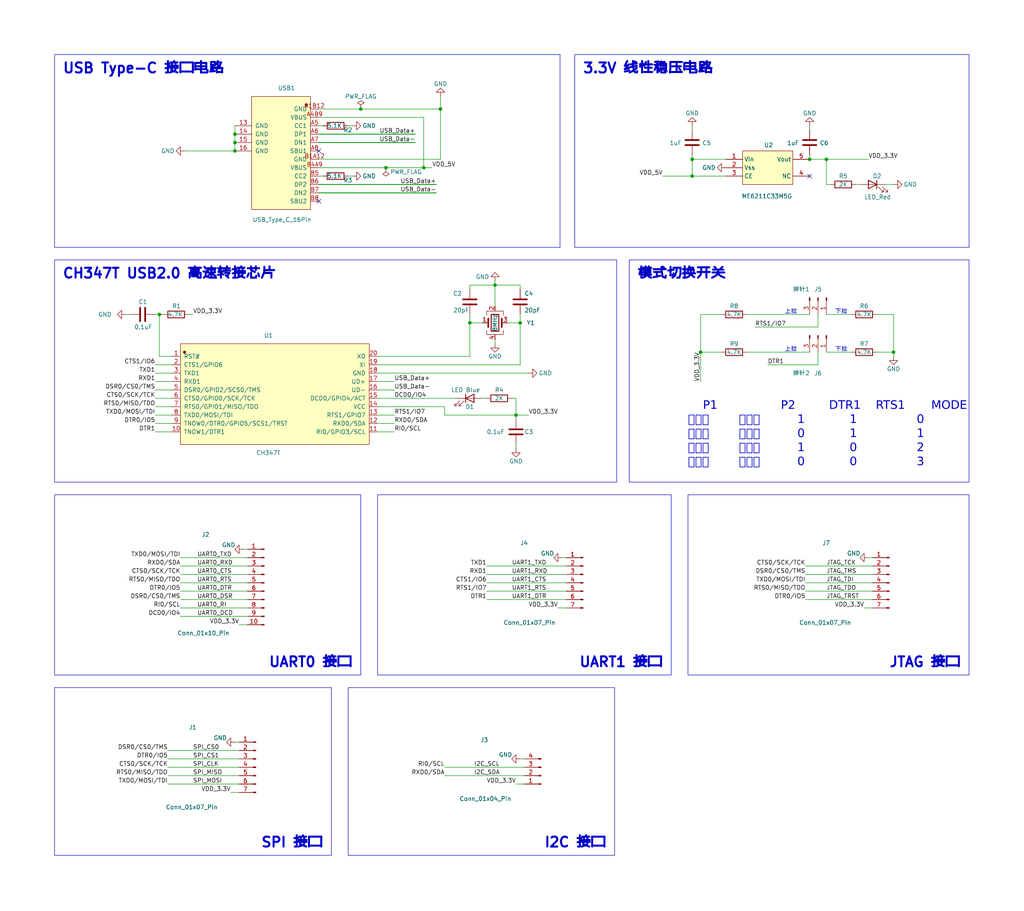
<source format=kicad_sch>
(kicad_sch (version 20230121) (generator eeschema)

  (uuid d8ec999c-704b-44fc-93f3-545dce926477)

  (paper "User" 310.007 275.996)

  (title_block
    (title "UINIO-USB-Serial")
    (date "2023-12-26")
    (rev "Version 1.0.0")
    (company "电子技术博客 UinIO.com")
  )

  (lib_symbols
    (symbol "Connector:Conn_01x03_Pin" (pin_names (offset 1.016) hide) (in_bom yes) (on_board yes)
      (property "Reference" "J" (at 0 5.08 0)
        (effects (font (size 1.27 1.27)))
      )
      (property "Value" "Conn_01x03_Pin" (at 0 -5.08 0)
        (effects (font (size 1.27 1.27)))
      )
      (property "Footprint" "" (at 0 0 0)
        (effects (font (size 1.27 1.27)) hide)
      )
      (property "Datasheet" "~" (at 0 0 0)
        (effects (font (size 1.27 1.27)) hide)
      )
      (property "ki_locked" "" (at 0 0 0)
        (effects (font (size 1.27 1.27)))
      )
      (property "ki_keywords" "connector" (at 0 0 0)
        (effects (font (size 1.27 1.27)) hide)
      )
      (property "ki_description" "Generic connector, single row, 01x03, script generated" (at 0 0 0)
        (effects (font (size 1.27 1.27)) hide)
      )
      (property "ki_fp_filters" "Connector*:*_1x??_*" (at 0 0 0)
        (effects (font (size 1.27 1.27)) hide)
      )
      (symbol "Conn_01x03_Pin_1_1"
        (polyline
          (pts
            (xy 1.27 -2.54)
            (xy 0.8636 -2.54)
          )
          (stroke (width 0.1524) (type default))
          (fill (type none))
        )
        (polyline
          (pts
            (xy 1.27 0)
            (xy 0.8636 0)
          )
          (stroke (width 0.1524) (type default))
          (fill (type none))
        )
        (polyline
          (pts
            (xy 1.27 2.54)
            (xy 0.8636 2.54)
          )
          (stroke (width 0.1524) (type default))
          (fill (type none))
        )
        (rectangle (start 0.8636 -2.413) (end 0 -2.667)
          (stroke (width 0.1524) (type default))
          (fill (type outline))
        )
        (rectangle (start 0.8636 0.127) (end 0 -0.127)
          (stroke (width 0.1524) (type default))
          (fill (type outline))
        )
        (rectangle (start 0.8636 2.667) (end 0 2.413)
          (stroke (width 0.1524) (type default))
          (fill (type outline))
        )
        (pin passive line (at 5.08 2.54 180) (length 3.81)
          (name "Pin_1" (effects (font (size 1.27 1.27))))
          (number "1" (effects (font (size 1.27 1.27))))
        )
        (pin passive line (at 5.08 0 180) (length 3.81)
          (name "Pin_2" (effects (font (size 1.27 1.27))))
          (number "2" (effects (font (size 1.27 1.27))))
        )
        (pin passive line (at 5.08 -2.54 180) (length 3.81)
          (name "Pin_3" (effects (font (size 1.27 1.27))))
          (number "3" (effects (font (size 1.27 1.27))))
        )
      )
    )
    (symbol "Connector:Conn_01x04_Pin" (pin_names (offset 1.016) hide) (in_bom yes) (on_board yes)
      (property "Reference" "J" (at 0 5.08 0)
        (effects (font (size 1.27 1.27)))
      )
      (property "Value" "Conn_01x04_Pin" (at 0 -7.62 0)
        (effects (font (size 1.27 1.27)))
      )
      (property "Footprint" "" (at 0 0 0)
        (effects (font (size 1.27 1.27)) hide)
      )
      (property "Datasheet" "~" (at 0 0 0)
        (effects (font (size 1.27 1.27)) hide)
      )
      (property "ki_locked" "" (at 0 0 0)
        (effects (font (size 1.27 1.27)))
      )
      (property "ki_keywords" "connector" (at 0 0 0)
        (effects (font (size 1.27 1.27)) hide)
      )
      (property "ki_description" "Generic connector, single row, 01x04, script generated" (at 0 0 0)
        (effects (font (size 1.27 1.27)) hide)
      )
      (property "ki_fp_filters" "Connector*:*_1x??_*" (at 0 0 0)
        (effects (font (size 1.27 1.27)) hide)
      )
      (symbol "Conn_01x04_Pin_1_1"
        (polyline
          (pts
            (xy 1.27 -5.08)
            (xy 0.8636 -5.08)
          )
          (stroke (width 0.1524) (type default))
          (fill (type none))
        )
        (polyline
          (pts
            (xy 1.27 -2.54)
            (xy 0.8636 -2.54)
          )
          (stroke (width 0.1524) (type default))
          (fill (type none))
        )
        (polyline
          (pts
            (xy 1.27 0)
            (xy 0.8636 0)
          )
          (stroke (width 0.1524) (type default))
          (fill (type none))
        )
        (polyline
          (pts
            (xy 1.27 2.54)
            (xy 0.8636 2.54)
          )
          (stroke (width 0.1524) (type default))
          (fill (type none))
        )
        (rectangle (start 0.8636 -4.953) (end 0 -5.207)
          (stroke (width 0.1524) (type default))
          (fill (type outline))
        )
        (rectangle (start 0.8636 -2.413) (end 0 -2.667)
          (stroke (width 0.1524) (type default))
          (fill (type outline))
        )
        (rectangle (start 0.8636 0.127) (end 0 -0.127)
          (stroke (width 0.1524) (type default))
          (fill (type outline))
        )
        (rectangle (start 0.8636 2.667) (end 0 2.413)
          (stroke (width 0.1524) (type default))
          (fill (type outline))
        )
        (pin passive line (at 5.08 2.54 180) (length 3.81)
          (name "Pin_1" (effects (font (size 1.27 1.27))))
          (number "1" (effects (font (size 1.27 1.27))))
        )
        (pin passive line (at 5.08 0 180) (length 3.81)
          (name "Pin_2" (effects (font (size 1.27 1.27))))
          (number "2" (effects (font (size 1.27 1.27))))
        )
        (pin passive line (at 5.08 -2.54 180) (length 3.81)
          (name "Pin_3" (effects (font (size 1.27 1.27))))
          (number "3" (effects (font (size 1.27 1.27))))
        )
        (pin passive line (at 5.08 -5.08 180) (length 3.81)
          (name "Pin_4" (effects (font (size 1.27 1.27))))
          (number "4" (effects (font (size 1.27 1.27))))
        )
      )
    )
    (symbol "Connector:Conn_01x07_Pin" (pin_names (offset 1.016) hide) (in_bom yes) (on_board yes)
      (property "Reference" "J" (at 0 10.16 0)
        (effects (font (size 1.27 1.27)))
      )
      (property "Value" "Conn_01x07_Pin" (at 0 -10.16 0)
        (effects (font (size 1.27 1.27)))
      )
      (property "Footprint" "" (at 0 0 0)
        (effects (font (size 1.27 1.27)) hide)
      )
      (property "Datasheet" "~" (at 0 0 0)
        (effects (font (size 1.27 1.27)) hide)
      )
      (property "ki_locked" "" (at 0 0 0)
        (effects (font (size 1.27 1.27)))
      )
      (property "ki_keywords" "connector" (at 0 0 0)
        (effects (font (size 1.27 1.27)) hide)
      )
      (property "ki_description" "Generic connector, single row, 01x07, script generated" (at 0 0 0)
        (effects (font (size 1.27 1.27)) hide)
      )
      (property "ki_fp_filters" "Connector*:*_1x??_*" (at 0 0 0)
        (effects (font (size 1.27 1.27)) hide)
      )
      (symbol "Conn_01x07_Pin_1_1"
        (polyline
          (pts
            (xy 1.27 -7.62)
            (xy 0.8636 -7.62)
          )
          (stroke (width 0.1524) (type default))
          (fill (type none))
        )
        (polyline
          (pts
            (xy 1.27 -5.08)
            (xy 0.8636 -5.08)
          )
          (stroke (width 0.1524) (type default))
          (fill (type none))
        )
        (polyline
          (pts
            (xy 1.27 -2.54)
            (xy 0.8636 -2.54)
          )
          (stroke (width 0.1524) (type default))
          (fill (type none))
        )
        (polyline
          (pts
            (xy 1.27 0)
            (xy 0.8636 0)
          )
          (stroke (width 0.1524) (type default))
          (fill (type none))
        )
        (polyline
          (pts
            (xy 1.27 2.54)
            (xy 0.8636 2.54)
          )
          (stroke (width 0.1524) (type default))
          (fill (type none))
        )
        (polyline
          (pts
            (xy 1.27 5.08)
            (xy 0.8636 5.08)
          )
          (stroke (width 0.1524) (type default))
          (fill (type none))
        )
        (polyline
          (pts
            (xy 1.27 7.62)
            (xy 0.8636 7.62)
          )
          (stroke (width 0.1524) (type default))
          (fill (type none))
        )
        (rectangle (start 0.8636 -7.493) (end 0 -7.747)
          (stroke (width 0.1524) (type default))
          (fill (type outline))
        )
        (rectangle (start 0.8636 -4.953) (end 0 -5.207)
          (stroke (width 0.1524) (type default))
          (fill (type outline))
        )
        (rectangle (start 0.8636 -2.413) (end 0 -2.667)
          (stroke (width 0.1524) (type default))
          (fill (type outline))
        )
        (rectangle (start 0.8636 0.127) (end 0 -0.127)
          (stroke (width 0.1524) (type default))
          (fill (type outline))
        )
        (rectangle (start 0.8636 2.667) (end 0 2.413)
          (stroke (width 0.1524) (type default))
          (fill (type outline))
        )
        (rectangle (start 0.8636 5.207) (end 0 4.953)
          (stroke (width 0.1524) (type default))
          (fill (type outline))
        )
        (rectangle (start 0.8636 7.747) (end 0 7.493)
          (stroke (width 0.1524) (type default))
          (fill (type outline))
        )
        (pin passive line (at 5.08 7.62 180) (length 3.81)
          (name "Pin_1" (effects (font (size 1.27 1.27))))
          (number "1" (effects (font (size 1.27 1.27))))
        )
        (pin passive line (at 5.08 5.08 180) (length 3.81)
          (name "Pin_2" (effects (font (size 1.27 1.27))))
          (number "2" (effects (font (size 1.27 1.27))))
        )
        (pin passive line (at 5.08 2.54 180) (length 3.81)
          (name "Pin_3" (effects (font (size 1.27 1.27))))
          (number "3" (effects (font (size 1.27 1.27))))
        )
        (pin passive line (at 5.08 0 180) (length 3.81)
          (name "Pin_4" (effects (font (size 1.27 1.27))))
          (number "4" (effects (font (size 1.27 1.27))))
        )
        (pin passive line (at 5.08 -2.54 180) (length 3.81)
          (name "Pin_5" (effects (font (size 1.27 1.27))))
          (number "5" (effects (font (size 1.27 1.27))))
        )
        (pin passive line (at 5.08 -5.08 180) (length 3.81)
          (name "Pin_6" (effects (font (size 1.27 1.27))))
          (number "6" (effects (font (size 1.27 1.27))))
        )
        (pin passive line (at 5.08 -7.62 180) (length 3.81)
          (name "Pin_7" (effects (font (size 1.27 1.27))))
          (number "7" (effects (font (size 1.27 1.27))))
        )
      )
    )
    (symbol "Connector:Conn_01x10_Pin" (pin_names (offset 1.016) hide) (in_bom yes) (on_board yes)
      (property "Reference" "J" (at 0 12.7 0)
        (effects (font (size 1.27 1.27)))
      )
      (property "Value" "Conn_01x10_Pin" (at 0 -15.24 0)
        (effects (font (size 1.27 1.27)))
      )
      (property "Footprint" "" (at 0 0 0)
        (effects (font (size 1.27 1.27)) hide)
      )
      (property "Datasheet" "~" (at 0 0 0)
        (effects (font (size 1.27 1.27)) hide)
      )
      (property "ki_locked" "" (at 0 0 0)
        (effects (font (size 1.27 1.27)))
      )
      (property "ki_keywords" "connector" (at 0 0 0)
        (effects (font (size 1.27 1.27)) hide)
      )
      (property "ki_description" "Generic connector, single row, 01x10, script generated" (at 0 0 0)
        (effects (font (size 1.27 1.27)) hide)
      )
      (property "ki_fp_filters" "Connector*:*_1x??_*" (at 0 0 0)
        (effects (font (size 1.27 1.27)) hide)
      )
      (symbol "Conn_01x10_Pin_1_1"
        (polyline
          (pts
            (xy 1.27 -12.7)
            (xy 0.8636 -12.7)
          )
          (stroke (width 0.1524) (type default))
          (fill (type none))
        )
        (polyline
          (pts
            (xy 1.27 -10.16)
            (xy 0.8636 -10.16)
          )
          (stroke (width 0.1524) (type default))
          (fill (type none))
        )
        (polyline
          (pts
            (xy 1.27 -7.62)
            (xy 0.8636 -7.62)
          )
          (stroke (width 0.1524) (type default))
          (fill (type none))
        )
        (polyline
          (pts
            (xy 1.27 -5.08)
            (xy 0.8636 -5.08)
          )
          (stroke (width 0.1524) (type default))
          (fill (type none))
        )
        (polyline
          (pts
            (xy 1.27 -2.54)
            (xy 0.8636 -2.54)
          )
          (stroke (width 0.1524) (type default))
          (fill (type none))
        )
        (polyline
          (pts
            (xy 1.27 0)
            (xy 0.8636 0)
          )
          (stroke (width 0.1524) (type default))
          (fill (type none))
        )
        (polyline
          (pts
            (xy 1.27 2.54)
            (xy 0.8636 2.54)
          )
          (stroke (width 0.1524) (type default))
          (fill (type none))
        )
        (polyline
          (pts
            (xy 1.27 5.08)
            (xy 0.8636 5.08)
          )
          (stroke (width 0.1524) (type default))
          (fill (type none))
        )
        (polyline
          (pts
            (xy 1.27 7.62)
            (xy 0.8636 7.62)
          )
          (stroke (width 0.1524) (type default))
          (fill (type none))
        )
        (polyline
          (pts
            (xy 1.27 10.16)
            (xy 0.8636 10.16)
          )
          (stroke (width 0.1524) (type default))
          (fill (type none))
        )
        (rectangle (start 0.8636 -12.573) (end 0 -12.827)
          (stroke (width 0.1524) (type default))
          (fill (type outline))
        )
        (rectangle (start 0.8636 -10.033) (end 0 -10.287)
          (stroke (width 0.1524) (type default))
          (fill (type outline))
        )
        (rectangle (start 0.8636 -7.493) (end 0 -7.747)
          (stroke (width 0.1524) (type default))
          (fill (type outline))
        )
        (rectangle (start 0.8636 -4.953) (end 0 -5.207)
          (stroke (width 0.1524) (type default))
          (fill (type outline))
        )
        (rectangle (start 0.8636 -2.413) (end 0 -2.667)
          (stroke (width 0.1524) (type default))
          (fill (type outline))
        )
        (rectangle (start 0.8636 0.127) (end 0 -0.127)
          (stroke (width 0.1524) (type default))
          (fill (type outline))
        )
        (rectangle (start 0.8636 2.667) (end 0 2.413)
          (stroke (width 0.1524) (type default))
          (fill (type outline))
        )
        (rectangle (start 0.8636 5.207) (end 0 4.953)
          (stroke (width 0.1524) (type default))
          (fill (type outline))
        )
        (rectangle (start 0.8636 7.747) (end 0 7.493)
          (stroke (width 0.1524) (type default))
          (fill (type outline))
        )
        (rectangle (start 0.8636 10.287) (end 0 10.033)
          (stroke (width 0.1524) (type default))
          (fill (type outline))
        )
        (pin passive line (at 5.08 10.16 180) (length 3.81)
          (name "Pin_1" (effects (font (size 1.27 1.27))))
          (number "1" (effects (font (size 1.27 1.27))))
        )
        (pin passive line (at 5.08 -12.7 180) (length 3.81)
          (name "Pin_10" (effects (font (size 1.27 1.27))))
          (number "10" (effects (font (size 1.27 1.27))))
        )
        (pin passive line (at 5.08 7.62 180) (length 3.81)
          (name "Pin_2" (effects (font (size 1.27 1.27))))
          (number "2" (effects (font (size 1.27 1.27))))
        )
        (pin passive line (at 5.08 5.08 180) (length 3.81)
          (name "Pin_3" (effects (font (size 1.27 1.27))))
          (number "3" (effects (font (size 1.27 1.27))))
        )
        (pin passive line (at 5.08 2.54 180) (length 3.81)
          (name "Pin_4" (effects (font (size 1.27 1.27))))
          (number "4" (effects (font (size 1.27 1.27))))
        )
        (pin passive line (at 5.08 0 180) (length 3.81)
          (name "Pin_5" (effects (font (size 1.27 1.27))))
          (number "5" (effects (font (size 1.27 1.27))))
        )
        (pin passive line (at 5.08 -2.54 180) (length 3.81)
          (name "Pin_6" (effects (font (size 1.27 1.27))))
          (number "6" (effects (font (size 1.27 1.27))))
        )
        (pin passive line (at 5.08 -5.08 180) (length 3.81)
          (name "Pin_7" (effects (font (size 1.27 1.27))))
          (number "7" (effects (font (size 1.27 1.27))))
        )
        (pin passive line (at 5.08 -7.62 180) (length 3.81)
          (name "Pin_8" (effects (font (size 1.27 1.27))))
          (number "8" (effects (font (size 1.27 1.27))))
        )
        (pin passive line (at 5.08 -10.16 180) (length 3.81)
          (name "Pin_9" (effects (font (size 1.27 1.27))))
          (number "9" (effects (font (size 1.27 1.27))))
        )
      )
    )
    (symbol "Device:C" (pin_numbers hide) (pin_names (offset 0.254)) (in_bom yes) (on_board yes)
      (property "Reference" "C" (at 0.635 2.54 0)
        (effects (font (size 1.27 1.27)) (justify left))
      )
      (property "Value" "C" (at 0.635 -2.54 0)
        (effects (font (size 1.27 1.27)) (justify left))
      )
      (property "Footprint" "" (at 0.9652 -3.81 0)
        (effects (font (size 1.27 1.27)) hide)
      )
      (property "Datasheet" "~" (at 0 0 0)
        (effects (font (size 1.27 1.27)) hide)
      )
      (property "ki_keywords" "cap capacitor" (at 0 0 0)
        (effects (font (size 1.27 1.27)) hide)
      )
      (property "ki_description" "Unpolarized capacitor" (at 0 0 0)
        (effects (font (size 1.27 1.27)) hide)
      )
      (property "ki_fp_filters" "C_*" (at 0 0 0)
        (effects (font (size 1.27 1.27)) hide)
      )
      (symbol "C_0_1"
        (polyline
          (pts
            (xy -2.032 -0.762)
            (xy 2.032 -0.762)
          )
          (stroke (width 0.508) (type default))
          (fill (type none))
        )
        (polyline
          (pts
            (xy -2.032 0.762)
            (xy 2.032 0.762)
          )
          (stroke (width 0.508) (type default))
          (fill (type none))
        )
      )
      (symbol "C_1_1"
        (pin passive line (at 0 3.81 270) (length 2.794)
          (name "~" (effects (font (size 1.27 1.27))))
          (number "1" (effects (font (size 1.27 1.27))))
        )
        (pin passive line (at 0 -3.81 90) (length 2.794)
          (name "~" (effects (font (size 1.27 1.27))))
          (number "2" (effects (font (size 1.27 1.27))))
        )
      )
    )
    (symbol "Device:Crystal_GND24" (pin_names (offset 1.016) hide) (in_bom yes) (on_board yes)
      (property "Reference" "Y" (at 3.175 5.08 0)
        (effects (font (size 1.27 1.27)) (justify left))
      )
      (property "Value" "Crystal_GND24" (at 3.175 3.175 0)
        (effects (font (size 1.27 1.27)) (justify left))
      )
      (property "Footprint" "" (at 0 0 0)
        (effects (font (size 1.27 1.27)) hide)
      )
      (property "Datasheet" "~" (at 0 0 0)
        (effects (font (size 1.27 1.27)) hide)
      )
      (property "ki_keywords" "quartz ceramic resonator oscillator" (at 0 0 0)
        (effects (font (size 1.27 1.27)) hide)
      )
      (property "ki_description" "Four pin crystal, GND on pins 2 and 4" (at 0 0 0)
        (effects (font (size 1.27 1.27)) hide)
      )
      (property "ki_fp_filters" "Crystal*" (at 0 0 0)
        (effects (font (size 1.27 1.27)) hide)
      )
      (symbol "Crystal_GND24_0_1"
        (rectangle (start -1.143 2.54) (end 1.143 -2.54)
          (stroke (width 0.3048) (type default))
          (fill (type none))
        )
        (polyline
          (pts
            (xy -2.54 0)
            (xy -2.032 0)
          )
          (stroke (width 0) (type default))
          (fill (type none))
        )
        (polyline
          (pts
            (xy -2.032 -1.27)
            (xy -2.032 1.27)
          )
          (stroke (width 0.508) (type default))
          (fill (type none))
        )
        (polyline
          (pts
            (xy 0 -3.81)
            (xy 0 -3.556)
          )
          (stroke (width 0) (type default))
          (fill (type none))
        )
        (polyline
          (pts
            (xy 0 3.556)
            (xy 0 3.81)
          )
          (stroke (width 0) (type default))
          (fill (type none))
        )
        (polyline
          (pts
            (xy 2.032 -1.27)
            (xy 2.032 1.27)
          )
          (stroke (width 0.508) (type default))
          (fill (type none))
        )
        (polyline
          (pts
            (xy 2.032 0)
            (xy 2.54 0)
          )
          (stroke (width 0) (type default))
          (fill (type none))
        )
        (polyline
          (pts
            (xy -2.54 -2.286)
            (xy -2.54 -3.556)
            (xy 2.54 -3.556)
            (xy 2.54 -2.286)
          )
          (stroke (width 0) (type default))
          (fill (type none))
        )
        (polyline
          (pts
            (xy -2.54 2.286)
            (xy -2.54 3.556)
            (xy 2.54 3.556)
            (xy 2.54 2.286)
          )
          (stroke (width 0) (type default))
          (fill (type none))
        )
      )
      (symbol "Crystal_GND24_1_1"
        (pin passive line (at -3.81 0 0) (length 1.27)
          (name "1" (effects (font (size 1.27 1.27))))
          (number "1" (effects (font (size 1.27 1.27))))
        )
        (pin passive line (at 0 5.08 270) (length 1.27)
          (name "2" (effects (font (size 1.27 1.27))))
          (number "2" (effects (font (size 1.27 1.27))))
        )
        (pin passive line (at 3.81 0 180) (length 1.27)
          (name "3" (effects (font (size 1.27 1.27))))
          (number "3" (effects (font (size 1.27 1.27))))
        )
        (pin passive line (at 0 -5.08 90) (length 1.27)
          (name "4" (effects (font (size 1.27 1.27))))
          (number "4" (effects (font (size 1.27 1.27))))
        )
      )
    )
    (symbol "Device:LED" (pin_numbers hide) (pin_names (offset 1.016) hide) (in_bom yes) (on_board yes)
      (property "Reference" "D" (at 0 2.54 0)
        (effects (font (size 1.27 1.27)))
      )
      (property "Value" "LED" (at 0 -2.54 0)
        (effects (font (size 1.27 1.27)))
      )
      (property "Footprint" "" (at 0 0 0)
        (effects (font (size 1.27 1.27)) hide)
      )
      (property "Datasheet" "~" (at 0 0 0)
        (effects (font (size 1.27 1.27)) hide)
      )
      (property "ki_keywords" "LED diode" (at 0 0 0)
        (effects (font (size 1.27 1.27)) hide)
      )
      (property "ki_description" "Light emitting diode" (at 0 0 0)
        (effects (font (size 1.27 1.27)) hide)
      )
      (property "ki_fp_filters" "LED* LED_SMD:* LED_THT:*" (at 0 0 0)
        (effects (font (size 1.27 1.27)) hide)
      )
      (symbol "LED_0_1"
        (polyline
          (pts
            (xy -1.27 -1.27)
            (xy -1.27 1.27)
          )
          (stroke (width 0.254) (type default))
          (fill (type none))
        )
        (polyline
          (pts
            (xy -1.27 0)
            (xy 1.27 0)
          )
          (stroke (width 0) (type default))
          (fill (type none))
        )
        (polyline
          (pts
            (xy 1.27 -1.27)
            (xy 1.27 1.27)
            (xy -1.27 0)
            (xy 1.27 -1.27)
          )
          (stroke (width 0.254) (type default))
          (fill (type none))
        )
        (polyline
          (pts
            (xy -3.048 -0.762)
            (xy -4.572 -2.286)
            (xy -3.81 -2.286)
            (xy -4.572 -2.286)
            (xy -4.572 -1.524)
          )
          (stroke (width 0) (type default))
          (fill (type none))
        )
        (polyline
          (pts
            (xy -1.778 -0.762)
            (xy -3.302 -2.286)
            (xy -2.54 -2.286)
            (xy -3.302 -2.286)
            (xy -3.302 -1.524)
          )
          (stroke (width 0) (type default))
          (fill (type none))
        )
      )
      (symbol "LED_1_1"
        (pin passive line (at -3.81 0 0) (length 2.54)
          (name "K" (effects (font (size 1.27 1.27))))
          (number "1" (effects (font (size 1.27 1.27))))
        )
        (pin passive line (at 3.81 0 180) (length 2.54)
          (name "A" (effects (font (size 1.27 1.27))))
          (number "2" (effects (font (size 1.27 1.27))))
        )
      )
    )
    (symbol "Device:R" (pin_numbers hide) (pin_names (offset 0)) (in_bom yes) (on_board yes)
      (property "Reference" "R" (at 2.032 0 90)
        (effects (font (size 1.27 1.27)))
      )
      (property "Value" "R" (at 0 0 90)
        (effects (font (size 1.27 1.27)))
      )
      (property "Footprint" "" (at -1.778 0 90)
        (effects (font (size 1.27 1.27)) hide)
      )
      (property "Datasheet" "~" (at 0 0 0)
        (effects (font (size 1.27 1.27)) hide)
      )
      (property "ki_keywords" "R res resistor" (at 0 0 0)
        (effects (font (size 1.27 1.27)) hide)
      )
      (property "ki_description" "Resistor" (at 0 0 0)
        (effects (font (size 1.27 1.27)) hide)
      )
      (property "ki_fp_filters" "R_*" (at 0 0 0)
        (effects (font (size 1.27 1.27)) hide)
      )
      (symbol "R_0_1"
        (rectangle (start -1.016 -2.54) (end 1.016 2.54)
          (stroke (width 0.254) (type default))
          (fill (type none))
        )
      )
      (symbol "R_1_1"
        (pin passive line (at 0 3.81 270) (length 1.27)
          (name "~" (effects (font (size 1.27 1.27))))
          (number "1" (effects (font (size 1.27 1.27))))
        )
        (pin passive line (at 0 -3.81 90) (length 1.27)
          (name "~" (effects (font (size 1.27 1.27))))
          (number "2" (effects (font (size 1.27 1.27))))
        )
      )
    )
    (symbol "Uinio:CH347T" (pin_names (offset 1.016)) (in_bom yes) (on_board yes)
      (property "Reference" "U" (at 0 17.78 0)
        (effects (font (size 1.27 1.27)))
      )
      (property "Value" "CH347T" (at 21.59 17.78 0)
        (effects (font (size 1.27 1.27)))
      )
      (property "Footprint" "Uinio:TSSOP-20_L6.5-W4.4-P0.65-LS6.4-BL" (at 1.27 -17.78 0)
        (effects (font (size 1.27 1.27)) hide)
      )
      (property "Datasheet" "" (at 7.62 6.477 0)
        (effects (font (size 1.27 1.27)) hide)
      )
      (property "SuppliersPartNumber" "C5122332" (at 3.81 -1.27 0)
        (effects (font (size 1.27 1.27)) hide)
      )
      (property "uuid" "std:73955ce68bd144faa5df6554d00f8f33" (at 3.81 11.43 0)
        (effects (font (size 1.27 1.27)) hide)
      )
      (symbol "CH347T_1_1"
        (rectangle (start -29.21 15.24) (end 27.94 -15.24)
          (stroke (width 0.1524) (type solid))
          (fill (type background))
        )
        (circle (center -27.94 12.7) (radius 0.381)
          (stroke (width 0.1524) (type solid))
          (fill (type outline))
        )
        (pin input line (at -31.75 11.43 0) (length 2.54)
          (name "RST#" (effects (font (size 1.27 1.27))))
          (number "1" (effects (font (size 1.27 1.27))))
        )
        (pin input line (at -31.75 -11.43 0) (length 2.54)
          (name "TNOW1/DTR1" (effects (font (size 1.27 1.27))))
          (number "10" (effects (font (size 1.27 1.27))))
        )
        (pin input line (at 30.48 -11.43 180) (length 2.54)
          (name "RI0/GPIO3/SCL" (effects (font (size 1.27 1.27))))
          (number "11" (effects (font (size 1.27 1.27))))
        )
        (pin input line (at 30.48 -8.89 180) (length 2.54)
          (name "RXD0/SDA" (effects (font (size 1.27 1.27))))
          (number "12" (effects (font (size 1.27 1.27))))
        )
        (pin input line (at 30.48 -6.35 180) (length 2.54)
          (name "RTS1/GPIO7" (effects (font (size 1.27 1.27))))
          (number "13" (effects (font (size 1.27 1.27))))
        )
        (pin input line (at 30.48 -3.81 180) (length 2.54)
          (name "VCC" (effects (font (size 1.27 1.27))))
          (number "14" (effects (font (size 1.27 1.27))))
        )
        (pin input line (at 30.48 -1.27 180) (length 2.54)
          (name "DCD0/GPIO4/ACT" (effects (font (size 1.27 1.27))))
          (number "15" (effects (font (size 1.27 1.27))))
        )
        (pin input line (at 30.48 1.27 180) (length 2.54)
          (name "UD-" (effects (font (size 1.27 1.27))))
          (number "16" (effects (font (size 1.27 1.27))))
        )
        (pin input line (at 30.48 3.81 180) (length 2.54)
          (name "UD+" (effects (font (size 1.27 1.27))))
          (number "17" (effects (font (size 1.27 1.27))))
        )
        (pin input line (at 30.48 6.35 180) (length 2.54)
          (name "GND" (effects (font (size 1.27 1.27))))
          (number "18" (effects (font (size 1.27 1.27))))
        )
        (pin input line (at 30.48 8.89 180) (length 2.54)
          (name "XI" (effects (font (size 1.27 1.27))))
          (number "19" (effects (font (size 1.27 1.27))))
        )
        (pin input line (at -31.75 8.89 0) (length 2.54)
          (name "CTS1/GPIO6" (effects (font (size 1.27 1.27))))
          (number "2" (effects (font (size 1.27 1.27))))
        )
        (pin input line (at 30.48 11.43 180) (length 2.54)
          (name "XO" (effects (font (size 1.27 1.27))))
          (number "20" (effects (font (size 1.27 1.27))))
        )
        (pin input line (at -31.75 6.35 0) (length 2.54)
          (name "TXD1" (effects (font (size 1.27 1.27))))
          (number "3" (effects (font (size 1.27 1.27))))
        )
        (pin input line (at -31.75 3.81 0) (length 2.54)
          (name "RXD1" (effects (font (size 1.27 1.27))))
          (number "4" (effects (font (size 1.27 1.27))))
        )
        (pin input line (at -31.75 1.27 0) (length 2.54)
          (name "DSR0/GPIO2/SCS0/TMS" (effects (font (size 1.27 1.27))))
          (number "5" (effects (font (size 1.27 1.27))))
        )
        (pin input line (at -31.75 -1.27 0) (length 2.54)
          (name "CTS0/GPIO0/SCK/TCK" (effects (font (size 1.27 1.27))))
          (number "6" (effects (font (size 1.27 1.27))))
        )
        (pin input line (at -31.75 -3.81 0) (length 2.54)
          (name "RTS0/GPIO1/MISO/TDO" (effects (font (size 1.27 1.27))))
          (number "7" (effects (font (size 1.27 1.27))))
        )
        (pin input line (at -31.75 -6.35 0) (length 2.54)
          (name "TXD0/MOSI/TDI" (effects (font (size 1.27 1.27))))
          (number "8" (effects (font (size 1.27 1.27))))
        )
        (pin input line (at -31.75 -8.89 0) (length 2.54)
          (name "TNOW0/DTR0/GPIO5/SCS1/TRST" (effects (font (size 1.27 1.27))))
          (number "9" (effects (font (size 1.27 1.27))))
        )
      )
    )
    (symbol "Uinio:ME6211" (in_bom yes) (on_board yes)
      (property "Reference" "V1" (at 5.08 2.54 0)
        (effects (font (size 1.27 1.27)) (justify left bottom))
      )
      (property "Value" "ME6211" (at 8.89 -10.16 0)
        (effects (font (size 1.27 1.27)) (justify left bottom))
      )
      (property "Footprint" "Uinio:SOT-23-5_L3.0-W1.7-P0.95-LS2.8-BR" (at 12.7 -13.97 0)
        (effects (font (size 1.27 1.27)) hide)
      )
      (property "Datasheet" "" (at 0 0 0)
        (effects (font (size 1.27 1.27)) hide)
      )
      (property "BOM名称" "低功耗LDO" (at 8.382 6.096 0)
        (effects (font (size 1.27 1.27)) (justify left bottom) hide)
      )
      (property "ki_description" "低功耗LDO" (at 0 0 0)
        (effects (font (size 1.27 1.27)) hide)
      )
      (property "ki_fp_filters" "SOT23-5L" (at 0 0 0)
        (effects (font (size 1.27 1.27)) hide)
      )
      (symbol "ME6211_1_0"
        (rectangle (start 5.08 2.54) (end 20.32 -7.62)
          (stroke (width 0) (type default))
          (fill (type background))
        )
        (pin passive line (at 0 0 0) (length 5.08)
          (name "Vin" (effects (font (size 1.27 1.27))))
          (number "1" (effects (font (size 1.27 1.27))))
        )
        (pin passive line (at 0 -2.54 0) (length 5.08)
          (name "Vss" (effects (font (size 1.27 1.27))))
          (number "2" (effects (font (size 1.27 1.27))))
        )
        (pin passive line (at 0 -5.08 0) (length 5.08)
          (name "CE" (effects (font (size 1.27 1.27))))
          (number "3" (effects (font (size 1.27 1.27))))
        )
        (pin passive line (at 25.4 -5.08 180) (length 5.08)
          (name "NC" (effects (font (size 1.27 1.27))))
          (number "4" (effects (font (size 1.27 1.27))))
        )
        (pin passive line (at 25.4 0 180) (length 5.08)
          (name "Vout" (effects (font (size 1.27 1.27))))
          (number "5" (effects (font (size 1.27 1.27))))
        )
      )
    )
    (symbol "Uinio:USB_Type_C_16Pin" (pin_names (offset 1.016)) (in_bom yes) (on_board yes)
      (property "Reference" "USB" (at 0 19.05 0)
        (effects (font (size 1.27 1.27)))
      )
      (property "Value" "USB_Type_C_16Pin" (at 0 24.13 0)
        (effects (font (size 1.27 1.27)))
      )
      (property "Footprint" "Uinio:USB-C-SMD_TYPEC-304J-BCP16" (at 0 13.97 0)
        (effects (font (size 1.27 1.27)) hide)
      )
      (property "Datasheet" "" (at 0 8.89 0)
        (effects (font (size 1.27 1.27)) hide)
      )
      (property "SuppliersPartNumber" "C2835315" (at 0 3.81 0)
        (effects (font (size 1.27 1.27)) hide)
      )
      (property "uuid" "std:a4a246a50f944769b2896c50f579360f" (at 0 3.81 0)
        (effects (font (size 1.27 1.27)) hide)
      )
      (symbol "USB_Type_C_16Pin_1_1"
        (rectangle (start -10.16 16.51) (end 7.62 -17.78)
          (stroke (width 0.1524) (type default))
          (fill (type background))
        )
        (circle (center -8.89 13.97) (radius 0.381)
          (stroke (width 0.1524) (type default))
          (fill (type outline))
        )
        (pin input line (at 12.7 7.62 180) (length 5.08)
          (name "GND" (effects (font (size 1.27 1.27))))
          (number "13" (effects (font (size 1.27 1.27))))
        )
        (pin input line (at 12.7 5.08 180) (length 5.08)
          (name "GND" (effects (font (size 1.27 1.27))))
          (number "14" (effects (font (size 1.27 1.27))))
        )
        (pin input line (at 12.7 2.54 180) (length 5.08)
          (name "GND" (effects (font (size 1.27 1.27))))
          (number "15" (effects (font (size 1.27 1.27))))
        )
        (pin input line (at 12.7 0 180) (length 5.08)
          (name "GND" (effects (font (size 1.27 1.27))))
          (number "16" (effects (font (size 1.27 1.27))))
        )
        (pin input line (at -12.7 12.7 0) (length 2.54)
          (name "GND" (effects (font (size 1.27 1.27))))
          (number "A1B12" (effects (font (size 1.27 1.27))))
        )
        (pin input line (at -12.7 10.16 0) (length 2.54)
          (name "VBUS" (effects (font (size 1.27 1.27))))
          (number "A4B9" (effects (font (size 1.27 1.27))))
        )
        (pin input line (at -12.7 7.62 0) (length 2.54)
          (name "CC1" (effects (font (size 1.27 1.27))))
          (number "A5" (effects (font (size 1.27 1.27))))
        )
        (pin input line (at -12.7 5.08 0) (length 2.54)
          (name "DP1" (effects (font (size 1.27 1.27))))
          (number "A6" (effects (font (size 1.27 1.27))))
        )
        (pin input line (at -12.7 2.54 0) (length 2.54)
          (name "DN1" (effects (font (size 1.27 1.27))))
          (number "A7" (effects (font (size 1.27 1.27))))
        )
        (pin input line (at -12.7 0 0) (length 2.54)
          (name "SBU1" (effects (font (size 1.27 1.27))))
          (number "A8" (effects (font (size 1.27 1.27))))
        )
        (pin input line (at -12.7 -2.54 0) (length 2.54)
          (name "GND" (effects (font (size 1.27 1.27))))
          (number "B1A12" (effects (font (size 1.27 1.27))))
        )
        (pin input line (at -12.7 -5.08 0) (length 2.54)
          (name "VBUS" (effects (font (size 1.27 1.27))))
          (number "B4A9" (effects (font (size 1.27 1.27))))
        )
        (pin input line (at -12.7 -7.62 0) (length 2.54)
          (name "CC2" (effects (font (size 1.27 1.27))))
          (number "B5" (effects (font (size 1.27 1.27))))
        )
        (pin input line (at -12.7 -10.16 0) (length 2.54)
          (name "DP2" (effects (font (size 1.27 1.27))))
          (number "B6" (effects (font (size 1.27 1.27))))
        )
        (pin input line (at -12.7 -12.7 0) (length 2.54)
          (name "DN2" (effects (font (size 1.27 1.27))))
          (number "B7" (effects (font (size 1.27 1.27))))
        )
        (pin input line (at -12.7 -15.24 0) (length 2.54)
          (name "SBU2" (effects (font (size 1.27 1.27))))
          (number "B8" (effects (font (size 1.27 1.27))))
        )
      )
    )
    (symbol "power:GND" (power) (pin_names (offset 0)) (in_bom yes) (on_board yes)
      (property "Reference" "#PWR" (at 0 -6.35 0)
        (effects (font (size 1.27 1.27)) hide)
      )
      (property "Value" "GND" (at 0 -3.81 0)
        (effects (font (size 1.27 1.27)))
      )
      (property "Footprint" "" (at 0 0 0)
        (effects (font (size 1.27 1.27)) hide)
      )
      (property "Datasheet" "" (at 0 0 0)
        (effects (font (size 1.27 1.27)) hide)
      )
      (property "ki_keywords" "global power" (at 0 0 0)
        (effects (font (size 1.27 1.27)) hide)
      )
      (property "ki_description" "Power symbol creates a global label with name \"GND\" , ground" (at 0 0 0)
        (effects (font (size 1.27 1.27)) hide)
      )
      (symbol "GND_0_1"
        (polyline
          (pts
            (xy 0 0)
            (xy 0 -1.27)
            (xy 1.27 -1.27)
            (xy 0 -2.54)
            (xy -1.27 -1.27)
            (xy 0 -1.27)
          )
          (stroke (width 0) (type default))
          (fill (type none))
        )
      )
      (symbol "GND_1_1"
        (pin power_in line (at 0 0 270) (length 0) hide
          (name "GND" (effects (font (size 1.27 1.27))))
          (number "1" (effects (font (size 1.27 1.27))))
        )
      )
    )
    (symbol "power:PWR_FLAG" (power) (pin_numbers hide) (pin_names (offset 0) hide) (in_bom yes) (on_board yes)
      (property "Reference" "#FLG" (at 0 1.905 0)
        (effects (font (size 1.27 1.27)) hide)
      )
      (property "Value" "PWR_FLAG" (at 0 3.81 0)
        (effects (font (size 1.27 1.27)))
      )
      (property "Footprint" "" (at 0 0 0)
        (effects (font (size 1.27 1.27)) hide)
      )
      (property "Datasheet" "~" (at 0 0 0)
        (effects (font (size 1.27 1.27)) hide)
      )
      (property "ki_keywords" "flag power" (at 0 0 0)
        (effects (font (size 1.27 1.27)) hide)
      )
      (property "ki_description" "Special symbol for telling ERC where power comes from" (at 0 0 0)
        (effects (font (size 1.27 1.27)) hide)
      )
      (symbol "PWR_FLAG_0_0"
        (pin power_out line (at 0 0 90) (length 0)
          (name "pwr" (effects (font (size 1.27 1.27))))
          (number "1" (effects (font (size 1.27 1.27))))
        )
      )
      (symbol "PWR_FLAG_0_1"
        (polyline
          (pts
            (xy 0 0)
            (xy 0 1.27)
            (xy -1.016 1.905)
            (xy 0 2.54)
            (xy 1.016 1.905)
            (xy 0 1.27)
          )
          (stroke (width 0) (type default))
          (fill (type none))
        )
      )
    )
  )

  (junction (at 157.48 97.79) (diameter 0) (color 0 0 0 0)
    (uuid 1cea61ef-f9df-4545-982a-2e023890d774)
  )
  (junction (at 48.26 95.25) (diameter 0) (color 0 0 0 0)
    (uuid 20f6beee-f058-4acd-91d1-6a58086dba3e)
  )
  (junction (at 128.27 50.8) (diameter 0) (color 0 0 0 0)
    (uuid 28f234ee-7c66-4679-8219-f7546a75c26f)
  )
  (junction (at 133.35 33.02) (diameter 0) (color 0 0 0 0)
    (uuid 5f06ff26-f54e-45e0-a7ce-4d0dee293149)
  )
  (junction (at 156.21 125.73) (diameter 0) (color 0 0 0 0)
    (uuid 7a0b47c7-615e-4b66-bf9c-606e30f68534)
  )
  (junction (at 250.19 48.26) (diameter 0) (color 0 0 0 0)
    (uuid 8e993467-8bbe-4700-9882-817a0dfe3786)
  )
  (junction (at 270.51 106.68) (diameter 0) (color 0 0 0 0)
    (uuid 9a3c1606-0aa1-41cc-96d4-48c82c165812)
  )
  (junction (at 71.12 45.72) (diameter 0) (color 0 0 0 0)
    (uuid ac80d433-214a-47ae-83e0-f11cd542228c)
  )
  (junction (at 109.22 33.02) (diameter 0) (color 0 0 0 0)
    (uuid b13f74e1-6c2a-4e45-8f24-2554cc5d9f55)
  )
  (junction (at 71.12 40.64) (diameter 0) (color 0 0 0 0)
    (uuid b86ed405-3dc9-4a71-82cc-a740ba558640)
  )
  (junction (at 209.55 48.26) (diameter 0) (color 0 0 0 0)
    (uuid bb346241-abb5-4c39-b4b8-7df75d570852)
  )
  (junction (at 149.86 86.36) (diameter 0) (color 0 0 0 0)
    (uuid bdb7bcad-f39e-419d-9c7c-c3908af89b30)
  )
  (junction (at 209.55 53.34) (diameter 0) (color 0 0 0 0)
    (uuid c429e990-b07e-415e-81e4-87f5ed81d618)
  )
  (junction (at 116.84 50.8) (diameter 0) (color 0 0 0 0)
    (uuid c4490fdd-f3e0-44b8-b215-1cb474372558)
  )
  (junction (at 212.09 106.68) (diameter 0) (color 0 0 0 0)
    (uuid d509aaa1-e78d-4c38-8da0-ca3d7c0e845a)
  )
  (junction (at 71.12 43.18) (diameter 0) (color 0 0 0 0)
    (uuid de6de976-6422-411d-8cac-8f3531ffa6cd)
  )
  (junction (at 142.24 97.79) (diameter 0) (color 0 0 0 0)
    (uuid e155006d-08a0-4e8d-8d1b-e79bb1326b69)
  )
  (junction (at 245.11 48.26) (diameter 0) (color 0 0 0 0)
    (uuid f63e3834-2ea7-43aa-be3a-b94494f2c75b)
  )

  (no_connect (at 96.52 45.72) (uuid 4bf12696-6783-468b-a281-0b647d34c457))
  (no_connect (at 96.52 60.96) (uuid 4dfb663e-93a2-4166-b39e-0006cdd85115))
  (no_connect (at 245.11 53.34) (uuid cf885e10-8fab-46e1-84cf-faf6e422618b))

  (wire (pts (xy 168.91 184.15) (xy 171.45 184.15))
    (stroke (width 0) (type default))
    (uuid 00f749c1-22ae-419a-bd00-f6c5cee36cb4)
  )
  (wire (pts (xy 243.84 171.45) (xy 264.16 171.45))
    (stroke (width 0) (type default))
    (uuid 06a2979b-0a1c-43b7-8b82-1995c12394d8)
  )
  (wire (pts (xy 209.55 38.1) (xy 209.55 39.37))
    (stroke (width 0) (type default))
    (uuid 073e7e7e-0c2c-49f9-8c31-f89062499a2d)
  )
  (wire (pts (xy 50.8 227.33) (xy 72.39 227.33))
    (stroke (width 0) (type default))
    (uuid 0b74e31f-3d13-4cea-bcab-47dcd7f9dab1)
  )
  (wire (pts (xy 54.61 179.07) (xy 74.93 179.07))
    (stroke (width 0) (type default))
    (uuid 0b7f4bdb-ddb9-468e-99e2-c27eba1ecc77)
  )
  (wire (pts (xy 46.99 95.25) (xy 48.26 95.25))
    (stroke (width 0) (type default))
    (uuid 11e11797-14d4-4536-9731-fddee9a66537)
  )
  (wire (pts (xy 232.41 110.49) (xy 247.65 110.49))
    (stroke (width 0) (type default))
    (uuid 13a49619-5410-41b5-9d08-5e268d72f505)
  )
  (wire (pts (xy 149.86 86.36) (xy 149.86 92.71))
    (stroke (width 0) (type default))
    (uuid 14d1797c-e8c0-403a-9465-88501d69d6be)
  )
  (wire (pts (xy 147.32 173.99) (xy 171.45 173.99))
    (stroke (width 0) (type default))
    (uuid 150bc5f3-45df-4982-9f19-c0730e294ace)
  )
  (wire (pts (xy 46.99 125.73) (xy 52.07 125.73))
    (stroke (width 0) (type default))
    (uuid 15d5df00-99c3-4cd8-98bd-54e1ab3c0d45)
  )
  (wire (pts (xy 134.62 234.95) (xy 158.75 234.95))
    (stroke (width 0) (type default))
    (uuid 1649f4a0-08e4-4877-9fd4-286f1cf41d55)
  )
  (wire (pts (xy 149.86 86.36) (xy 157.48 86.36))
    (stroke (width 0) (type default))
    (uuid 17d635ee-5b19-4aac-a090-32ab5aca03b8)
  )
  (wire (pts (xy 54.61 176.53) (xy 74.93 176.53))
    (stroke (width 0) (type default))
    (uuid 19c0ce4b-7768-41e8-b4be-569919659584)
  )
  (wire (pts (xy 119.38 130.81) (xy 114.3 130.81))
    (stroke (width 0) (type default))
    (uuid 19e0dfcb-79c1-4faf-b180-0acff7d74c03)
  )
  (wire (pts (xy 71.12 43.18) (xy 71.12 45.72))
    (stroke (width 0) (type default))
    (uuid 1a38fa38-b68e-41a7-ba0a-71fd97c8b988)
  )
  (wire (pts (xy 133.35 29.21) (xy 133.35 33.02))
    (stroke (width 0) (type default))
    (uuid 1ca10164-a615-4250-a8ca-12d4e6f186df)
  )
  (wire (pts (xy 96.52 33.02) (xy 109.22 33.02))
    (stroke (width 0) (type default))
    (uuid 1cdf5504-d9c6-4b7b-a307-1e7294be07aa)
  )
  (wire (pts (xy 50.8 229.87) (xy 72.39 229.87))
    (stroke (width 0) (type default))
    (uuid 1e65560f-b69c-4fba-87c5-b812d2a9bc4c)
  )
  (wire (pts (xy 134.62 125.73) (xy 156.21 125.73))
    (stroke (width 0) (type default))
    (uuid 1e81a9d1-f211-4c4b-a28f-2647b17fa4e4)
  )
  (wire (pts (xy 212.09 95.25) (xy 212.09 106.68))
    (stroke (width 0) (type default))
    (uuid 1f375549-47dc-4bbf-bc30-803ee63f1237)
  )
  (wire (pts (xy 71.12 45.72) (xy 55.88 45.72))
    (stroke (width 0) (type default))
    (uuid 1f97ca6a-2792-4673-8ce1-e92421dd5a58)
  )
  (wire (pts (xy 250.19 106.68) (xy 257.81 106.68))
    (stroke (width 0) (type default))
    (uuid 212aa316-f377-44ad-a0d2-a27d9ec18df3)
  )
  (wire (pts (xy 71.12 224.79) (xy 72.39 224.79))
    (stroke (width 0) (type default))
    (uuid 21aaa45a-1757-487c-959b-1a6a1f54c4d7)
  )
  (wire (pts (xy 58.42 95.25) (xy 57.15 95.25))
    (stroke (width 0) (type default))
    (uuid 2209aede-a354-4b77-b0d0-6eb2347c5779)
  )
  (wire (pts (xy 50.8 234.95) (xy 72.39 234.95))
    (stroke (width 0) (type default))
    (uuid 25f1fa1c-a65d-4ffe-ab76-e55395732302)
  )
  (wire (pts (xy 116.84 50.8) (xy 128.27 50.8))
    (stroke (width 0) (type default))
    (uuid 261ea09d-9d03-4d00-b99e-2c651463bd34)
  )
  (wire (pts (xy 212.09 106.68) (xy 212.09 115.57))
    (stroke (width 0) (type default))
    (uuid 28f73b3e-93fc-4184-bf49-226dc8b8ee7c)
  )
  (wire (pts (xy 119.38 115.57) (xy 114.3 115.57))
    (stroke (width 0) (type default))
    (uuid 2fdf5a68-5281-461a-8cb7-db656f4848a8)
  )
  (wire (pts (xy 147.32 179.07) (xy 171.45 179.07))
    (stroke (width 0) (type default))
    (uuid 309ef0be-6896-4f96-ab30-e16d6abe0b05)
  )
  (wire (pts (xy 226.06 95.25) (xy 245.11 95.25))
    (stroke (width 0) (type default))
    (uuid 35ee5779-750d-4e00-8f58-f100fdcca5b0)
  )
  (wire (pts (xy 262.89 168.91) (xy 264.16 168.91))
    (stroke (width 0) (type default))
    (uuid 38015f1e-a894-46cd-86ed-14bf5531c230)
  )
  (wire (pts (xy 119.38 128.27) (xy 114.3 128.27))
    (stroke (width 0) (type default))
    (uuid 382b9c90-07c3-4e90-aa29-d2cb23a696da)
  )
  (wire (pts (xy 46.99 113.03) (xy 52.07 113.03))
    (stroke (width 0) (type default))
    (uuid 388f61b6-468f-4bba-9b4c-9124b3a29b49)
  )
  (wire (pts (xy 157.48 86.36) (xy 157.48 87.63))
    (stroke (width 0) (type default))
    (uuid 3c521e6a-6f78-4e6e-b67b-fcd74e0202be)
  )
  (wire (pts (xy 156.21 125.73) (xy 160.02 125.73))
    (stroke (width 0) (type default))
    (uuid 3d61ea4a-f1d7-44eb-b1bd-a5dca633b619)
  )
  (wire (pts (xy 114.3 120.65) (xy 138.43 120.65))
    (stroke (width 0) (type default))
    (uuid 3ebb01c8-9a2e-4bce-8af7-3a96f3dae265)
  )
  (wire (pts (xy 142.24 97.79) (xy 146.05 97.79))
    (stroke (width 0) (type default))
    (uuid 414b0364-87c6-4189-981a-e5de6c8f3bf2)
  )
  (wire (pts (xy 96.52 38.1) (xy 97.79 38.1))
    (stroke (width 0) (type default))
    (uuid 421e928c-4426-48d2-8990-155f18ff3482)
  )
  (wire (pts (xy 105.41 53.34) (xy 106.68 53.34))
    (stroke (width 0) (type default))
    (uuid 424beb9c-aa66-4cfb-8215-86070e6282d4)
  )
  (wire (pts (xy 218.44 106.68) (xy 212.09 106.68))
    (stroke (width 0) (type default))
    (uuid 43e08f02-1fdb-4b72-9449-bf1fbcdfbf47)
  )
  (wire (pts (xy 96.52 50.8) (xy 116.84 50.8))
    (stroke (width 0) (type default))
    (uuid 4924d978-1bdb-4f67-bd12-edc850e2e149)
  )
  (wire (pts (xy 156.21 120.65) (xy 154.94 120.65))
    (stroke (width 0) (type default))
    (uuid 498a688c-8e69-44b2-9cc3-0b4b508ef7a7)
  )
  (wire (pts (xy 157.48 229.87) (xy 158.75 229.87))
    (stroke (width 0) (type default))
    (uuid 52cf7084-8fdd-47ef-a64c-e56db25a161f)
  )
  (wire (pts (xy 243.84 179.07) (xy 264.16 179.07))
    (stroke (width 0) (type default))
    (uuid 54c61586-20fb-4370-968c-b52ba49f434d)
  )
  (wire (pts (xy 209.55 53.34) (xy 219.71 53.34))
    (stroke (width 0) (type default))
    (uuid 5abbcde0-d3ce-4217-a762-b4cb10c54ce6)
  )
  (wire (pts (xy 218.44 95.25) (xy 212.09 95.25))
    (stroke (width 0) (type default))
    (uuid 5d912276-7ac4-4f59-96b4-ccd6f7f2bc18)
  )
  (wire (pts (xy 54.61 184.15) (xy 74.93 184.15))
    (stroke (width 0) (type default))
    (uuid 61ea8432-93e6-43f0-bef9-a35ec4ea2ec6)
  )
  (wire (pts (xy 46.99 118.11) (xy 52.07 118.11))
    (stroke (width 0) (type default))
    (uuid 6968f863-a1f4-43eb-a8ad-6f852de038e2)
  )
  (wire (pts (xy 147.32 176.53) (xy 171.45 176.53))
    (stroke (width 0) (type default))
    (uuid 6bf65f70-3739-4ce1-a782-c8762c88add9)
  )
  (wire (pts (xy 156.21 237.49) (xy 158.75 237.49))
    (stroke (width 0) (type default))
    (uuid 6c54c440-eae4-4241-90f9-7daf2277536f)
  )
  (wire (pts (xy 54.61 173.99) (xy 74.93 173.99))
    (stroke (width 0) (type default))
    (uuid 6d1ea1c9-eaeb-4b08-8db5-a35d160d8280)
  )
  (wire (pts (xy 146.05 120.65) (xy 147.32 120.65))
    (stroke (width 0) (type default))
    (uuid 71a2f47f-26e0-44a1-89e2-c411531d4f31)
  )
  (wire (pts (xy 71.12 38.1) (xy 71.12 40.64))
    (stroke (width 0) (type default))
    (uuid 742d334a-89d3-46e6-8df4-61c565898cae)
  )
  (wire (pts (xy 142.24 97.79) (xy 142.24 107.95))
    (stroke (width 0) (type default))
    (uuid 75c1fa0a-536e-4e6b-8792-d2e33fcd98e9)
  )
  (wire (pts (xy 96.52 40.64) (xy 125.73 40.64))
    (stroke (width 0.254) (type default))
    (uuid 75ce57c9-f2ba-4655-90e7-b62407b95130)
  )
  (wire (pts (xy 265.43 95.25) (xy 270.51 95.25))
    (stroke (width 0) (type default))
    (uuid 76362b9c-1868-45ec-a989-8b8276ff26c7)
  )
  (wire (pts (xy 250.19 48.26) (xy 250.19 55.88))
    (stroke (width 0) (type default))
    (uuid 774cd7fb-3f07-4bc7-b2b6-fc10c795b4fa)
  )
  (wire (pts (xy 109.22 33.02) (xy 133.35 33.02))
    (stroke (width 0) (type default))
    (uuid 78f976ad-9c44-47af-b354-6f317abc022e)
  )
  (wire (pts (xy 46.99 110.49) (xy 52.07 110.49))
    (stroke (width 0) (type default))
    (uuid 794ca91b-14f9-4275-8ce2-0f54ab4cdfe3)
  )
  (wire (pts (xy 209.55 46.99) (xy 209.55 48.26))
    (stroke (width 0) (type default))
    (uuid 7ae4871b-9c8b-411e-92a3-4e33d656f5e8)
  )
  (wire (pts (xy 250.19 95.25) (xy 257.81 95.25))
    (stroke (width 0) (type default))
    (uuid 7b432db2-4e01-4191-b41d-c058b963b218)
  )
  (wire (pts (xy 96.52 43.18) (xy 125.73 43.18))
    (stroke (width 0.254) (type default))
    (uuid 7c1eab4a-1221-4c11-862a-8d691b437fe9)
  )
  (wire (pts (xy 54.61 171.45) (xy 74.93 171.45))
    (stroke (width 0) (type default))
    (uuid 7c81c5a7-9991-4d06-877e-f11e27bb29ea)
  )
  (wire (pts (xy 133.35 48.26) (xy 96.52 48.26))
    (stroke (width 0) (type default))
    (uuid 7da227e8-f05c-485f-b6b7-f41150f6069a)
  )
  (wire (pts (xy 48.26 95.25) (xy 49.53 95.25))
    (stroke (width 0) (type default))
    (uuid 8086dbdc-f78c-43da-992d-77b1d33a085b)
  )
  (wire (pts (xy 71.12 40.64) (xy 71.12 43.18))
    (stroke (width 0) (type default))
    (uuid 8182748c-305f-45b9-aa19-5d8cf93f0295)
  )
  (wire (pts (xy 128.27 35.56) (xy 96.52 35.56))
    (stroke (width 0) (type default))
    (uuid 8295b136-58d8-4ed6-8891-bcbb70761cc2)
  )
  (wire (pts (xy 156.21 127) (xy 156.21 125.73))
    (stroke (width 0) (type default))
    (uuid 837726f5-0380-488b-a4cb-1900b99b10e1)
  )
  (wire (pts (xy 39.37 95.25) (xy 38.1 95.25))
    (stroke (width 0) (type default))
    (uuid 83d470b8-9922-4638-9add-29a15cb1f18e)
  )
  (wire (pts (xy 156.21 125.73) (xy 156.21 120.65))
    (stroke (width 0) (type default))
    (uuid 8454069a-1d37-43c5-94cf-10a667c4a6fd)
  )
  (wire (pts (xy 247.65 99.06) (xy 247.65 95.25))
    (stroke (width 0) (type default))
    (uuid 84bad8ba-487d-46b6-ac33-8c461a0c720d)
  )
  (wire (pts (xy 270.51 95.25) (xy 270.51 106.68))
    (stroke (width 0) (type default))
    (uuid 85945573-29bc-479a-973a-6fe1ed3eac1a)
  )
  (wire (pts (xy 114.3 123.19) (xy 134.62 123.19))
    (stroke (width 0) (type default))
    (uuid 85b75df9-435f-4a05-ad54-e986718260e5)
  )
  (wire (pts (xy 251.46 55.88) (xy 250.19 55.88))
    (stroke (width 0) (type default))
    (uuid 86c2fa43-0476-413c-9f77-cc14f9f04401)
  )
  (wire (pts (xy 147.32 171.45) (xy 171.45 171.45))
    (stroke (width 0) (type default))
    (uuid 878b44cf-54b0-451b-b072-47921270b2a9)
  )
  (wire (pts (xy 245.11 46.99) (xy 245.11 48.26))
    (stroke (width 0) (type default))
    (uuid 88563a59-5508-4dff-b560-14eb907335f0)
  )
  (wire (pts (xy 134.62 123.19) (xy 134.62 125.73))
    (stroke (width 0) (type default))
    (uuid 89e66f3d-ea9e-4608-95d3-6d9bf389e461)
  )
  (wire (pts (xy 46.99 115.57) (xy 52.07 115.57))
    (stroke (width 0) (type default))
    (uuid 89fed0d8-4e78-4a8b-86d7-c2e5a3520a67)
  )
  (wire (pts (xy 142.24 95.25) (xy 142.24 97.79))
    (stroke (width 0) (type default))
    (uuid 8d39e4fa-adf5-42c7-b729-820242adc831)
  )
  (wire (pts (xy 96.52 58.42) (xy 132.08 58.42))
    (stroke (width 0.254) (type default))
    (uuid 8dededb4-5599-4515-ba1e-d71c0f9e9c08)
  )
  (wire (pts (xy 54.61 168.91) (xy 74.93 168.91))
    (stroke (width 0) (type default))
    (uuid 9066c856-0fd9-4864-94c8-ae79139a1d62)
  )
  (wire (pts (xy 153.67 97.79) (xy 157.48 97.79))
    (stroke (width 0) (type default))
    (uuid 92f0f807-1be2-4d28-8c2f-4e9979e4a38c)
  )
  (wire (pts (xy 243.84 173.99) (xy 264.16 173.99))
    (stroke (width 0) (type default))
    (uuid 9430d4c5-fe27-4c4e-815e-ee48eb365711)
  )
  (wire (pts (xy 50.8 232.41) (xy 72.39 232.41))
    (stroke (width 0) (type default))
    (uuid 9a5ab024-5fc3-4cc8-81dc-4a815f74cd85)
  )
  (wire (pts (xy 149.86 85.09) (xy 149.86 86.36))
    (stroke (width 0) (type default))
    (uuid a0f7af6d-0640-4a35-89f9-607524111054)
  )
  (wire (pts (xy 149.86 102.87) (xy 149.86 104.14))
    (stroke (width 0) (type default))
    (uuid a2745d50-eb0b-4e83-9da0-8b972ee65e59)
  )
  (wire (pts (xy 119.38 125.73) (xy 114.3 125.73))
    (stroke (width 0) (type default))
    (uuid a44eafd3-2b2e-47d3-af93-1ed0ecaa5c83)
  )
  (wire (pts (xy 114.3 110.49) (xy 157.48 110.49))
    (stroke (width 0) (type default))
    (uuid a5c30b6e-2b02-471f-b781-41d67d75ff4d)
  )
  (wire (pts (xy 96.52 55.88) (xy 132.08 55.88))
    (stroke (width 0.254) (type default))
    (uuid a5ed4df8-7110-4e29-84c3-c2e14b848d02)
  )
  (wire (pts (xy 228.6 99.06) (xy 247.65 99.06))
    (stroke (width 0) (type default))
    (uuid aa293a21-29de-4051-8e3b-eff9bc38048a)
  )
  (wire (pts (xy 46.99 128.27) (xy 52.07 128.27))
    (stroke (width 0) (type default))
    (uuid aa3359f1-963b-4535-b030-9680bb646811)
  )
  (wire (pts (xy 243.84 181.61) (xy 264.16 181.61))
    (stroke (width 0) (type default))
    (uuid ab5d956f-e9ec-4fe4-8c10-abc6dce1dd0b)
  )
  (wire (pts (xy 265.43 106.68) (xy 270.51 106.68))
    (stroke (width 0) (type default))
    (uuid ab706760-8e8c-4005-81c9-b9406ce1824c)
  )
  (wire (pts (xy 245.11 48.26) (xy 250.19 48.26))
    (stroke (width 0) (type default))
    (uuid abb9b8b3-12e2-4ae4-acb8-1dab947bf32e)
  )
  (wire (pts (xy 250.19 48.26) (xy 262.89 48.26))
    (stroke (width 0) (type default))
    (uuid abbbf4b2-3b92-4c44-a2bb-faafaabc7764)
  )
  (wire (pts (xy 114.3 113.03) (xy 160.02 113.03))
    (stroke (width 0) (type default))
    (uuid ad2653fc-f964-4b6f-bd33-1aa23c057177)
  )
  (wire (pts (xy 245.11 38.1) (xy 245.11 39.37))
    (stroke (width 0) (type default))
    (uuid b10c0093-6b70-4bf6-98c4-b4d5a9974554)
  )
  (wire (pts (xy 54.61 186.69) (xy 74.93 186.69))
    (stroke (width 0) (type default))
    (uuid b568832f-5188-4b0d-8e55-81885f3a1962)
  )
  (wire (pts (xy 247.65 110.49) (xy 247.65 106.68))
    (stroke (width 0) (type default))
    (uuid ba0e07d8-ac2f-4b45-a39d-aab8def6509f)
  )
  (wire (pts (xy 105.41 38.1) (xy 106.68 38.1))
    (stroke (width 0) (type default))
    (uuid bb37afa4-2732-4742-b933-72d53a5cf384)
  )
  (wire (pts (xy 133.35 33.02) (xy 133.35 48.26))
    (stroke (width 0) (type default))
    (uuid bc296012-25ca-48b4-bf0c-0d75061f6ba5)
  )
  (wire (pts (xy 261.62 184.15) (xy 264.16 184.15))
    (stroke (width 0) (type default))
    (uuid bd20ceca-bcbd-4355-adf8-4afd4c5ad493)
  )
  (wire (pts (xy 46.99 123.19) (xy 52.07 123.19))
    (stroke (width 0) (type default))
    (uuid bf19500e-ce0b-4d93-82ce-8fd9657f35ad)
  )
  (wire (pts (xy 54.61 181.61) (xy 74.93 181.61))
    (stroke (width 0) (type default))
    (uuid c1b7c6e7-8ed6-4ae5-ae29-99cc4ed524aa)
  )
  (wire (pts (xy 226.06 106.68) (xy 245.11 106.68))
    (stroke (width 0) (type default))
    (uuid c3594f0f-083f-4325-bb03-e2fbeb137d9b)
  )
  (wire (pts (xy 46.99 120.65) (xy 52.07 120.65))
    (stroke (width 0) (type default))
    (uuid c3e54a25-87e6-4ed1-b947-4774c23d2160)
  )
  (wire (pts (xy 243.84 176.53) (xy 264.16 176.53))
    (stroke (width 0) (type default))
    (uuid c7a3d4c2-1b5c-4004-939b-650e7ff30471)
  )
  (wire (pts (xy 147.32 181.61) (xy 171.45 181.61))
    (stroke (width 0) (type default))
    (uuid caaf5c13-304d-4888-8035-904292c979ca)
  )
  (wire (pts (xy 134.62 232.41) (xy 158.75 232.41))
    (stroke (width 0) (type default))
    (uuid caee94af-d5ff-49ec-95a5-052856dd5a73)
  )
  (wire (pts (xy 157.48 95.25) (xy 157.48 97.79))
    (stroke (width 0) (type default))
    (uuid cf65ff02-98b8-40ce-9d6b-3f6185d7de79)
  )
  (wire (pts (xy 270.51 107.95) (xy 270.51 106.68))
    (stroke (width 0) (type default))
    (uuid d3b7af6f-b291-4de8-b007-7232e4f09636)
  )
  (wire (pts (xy 209.55 48.26) (xy 209.55 53.34))
    (stroke (width 0) (type default))
    (uuid d5c79c27-de5b-4b30-9e4e-90aeb9d02cc3)
  )
  (wire (pts (xy 114.3 107.95) (xy 142.24 107.95))
    (stroke (width 0) (type default))
    (uuid d5f3182e-086e-4bb6-aec3-2b541f386f6c)
  )
  (wire (pts (xy 69.85 240.03) (xy 72.39 240.03))
    (stroke (width 0) (type default))
    (uuid d6b92065-def2-4154-b23f-e27b13c59f0e)
  )
  (wire (pts (xy 73.66 166.37) (xy 74.93 166.37))
    (stroke (width 0) (type default))
    (uuid d7b04d9b-8366-4167-9c5b-f893e745f807)
  )
  (wire (pts (xy 46.99 130.81) (xy 52.07 130.81))
    (stroke (width 0) (type default))
    (uuid d9da712d-4aab-4f25-ab9d-f15036999439)
  )
  (wire (pts (xy 157.48 97.79) (xy 157.48 110.49))
    (stroke (width 0) (type default))
    (uuid dae482af-bb1d-415e-be28-4407faff2361)
  )
  (wire (pts (xy 260.35 55.88) (xy 259.08 55.88))
    (stroke (width 0) (type default))
    (uuid de35e402-fa69-458a-a512-42a69b22c118)
  )
  (wire (pts (xy 52.07 107.95) (xy 48.26 107.95))
    (stroke (width 0) (type default))
    (uuid df81cb63-b361-4a05-a08f-0163a3bb4d1d)
  )
  (wire (pts (xy 72.39 189.23) (xy 74.93 189.23))
    (stroke (width 0) (type default))
    (uuid e5ccb166-2508-49d0-be63-cf93ab199890)
  )
  (wire (pts (xy 48.26 107.95) (xy 48.26 95.25))
    (stroke (width 0) (type default))
    (uuid e5df45c8-1e07-4671-a3a0-6a102c411807)
  )
  (wire (pts (xy 170.18 168.91) (xy 171.45 168.91))
    (stroke (width 0) (type default))
    (uuid e7bbb175-fa01-4038-8d52-d8789bb87648)
  )
  (wire (pts (xy 209.55 48.26) (xy 219.71 48.26))
    (stroke (width 0) (type default))
    (uuid ea51dc2d-df96-420d-9924-e7ce4ccea5d4)
  )
  (wire (pts (xy 267.97 55.88) (xy 270.51 55.88))
    (stroke (width 0) (type default))
    (uuid ea8e1210-65c4-42f5-adbf-c65e51e579d5)
  )
  (wire (pts (xy 142.24 86.36) (xy 149.86 86.36))
    (stroke (width 0) (type default))
    (uuid ebc7c684-63c1-4f19-8133-9cabe39b1388)
  )
  (wire (pts (xy 142.24 86.36) (xy 142.24 87.63))
    (stroke (width 0) (type default))
    (uuid edc0f170-16e8-4668-abe4-c3a81c771450)
  )
  (wire (pts (xy 128.27 35.56) (xy 128.27 50.8))
    (stroke (width 0) (type default))
    (uuid ef23c793-16e1-42f0-8b62-28afee0b2cd4)
  )
  (wire (pts (xy 128.27 50.8) (xy 130.81 50.8))
    (stroke (width 0) (type default))
    (uuid ef34d674-7b2c-4b1b-9800-bf6b8a487960)
  )
  (wire (pts (xy 97.79 53.34) (xy 96.52 53.34))
    (stroke (width 0) (type default))
    (uuid ef855f25-877b-4432-9578-6cc3b1fe0b69)
  )
  (wire (pts (xy 50.8 237.49) (xy 72.39 237.49))
    (stroke (width 0) (type default))
    (uuid f6f19851-89d8-48dd-9dc3-9b1d2f974056)
  )
  (wire (pts (xy 119.38 118.11) (xy 114.3 118.11))
    (stroke (width 0) (type default))
    (uuid f7b05d69-6ffa-4c55-a6e0-d2667037b6a0)
  )
  (wire (pts (xy 200.66 53.34) (xy 209.55 53.34))
    (stroke (width 0) (type default))
    (uuid fcd014c6-29b5-4c6c-ae2b-0d27d801b897)
  )
  (wire (pts (xy 156.21 134.62) (xy 156.21 135.89))
    (stroke (width 0) (type default))
    (uuid fcfb7d46-1695-48c1-ac17-1cdd10bd7991)
  )

  (text_box "JTAG 接口"
    (at 208.28 149.86 0) (size 85.09 54.61)
    (stroke (width 0) (type default))
    (fill (type none))
    (effects (font (size 3 3) (thickness 0.6) bold) (justify right bottom))
    (uuid 0870d128-5915-4594-8cd2-8732c541bece)
  )
  (text_box "SPI 接口"
    (at 16.51 208.28 0) (size 83.82 50.8)
    (stroke (width 0) (type default))
    (fill (type none))
    (effects (font (size 3 3) (thickness 0.6) bold) (justify right bottom))
    (uuid 3c160398-f9b3-401d-bb9e-c1c4e5552ef7)
  )
  (text_box "UART1 接口"
    (at 114.3 149.86 0) (size 88.9 54.61)
    (stroke (width 0) (type default))
    (fill (type none))
    (effects (font (size 3 3) (thickness 0.6) bold) (justify right bottom))
    (uuid 4229a5fb-fadb-4271-a623-069098bc6d8b)
  )
  (text_box "3.3V 线性稳压电路"
    (at 173.99 16.51 0) (size 119.38 58.42)
    (stroke (width 0) (type default))
    (fill (type none))
    (effects (font (size 3.048 3.048) (thickness 0.6096) bold) (justify left top))
    (uuid 487baa98-32c3-470a-83a3-0246d09fc624)
  )
  (text_box "USB Type-C 接口电路"
    (at 16.51 16.51 0) (size 153.035 58.42)
    (stroke (width 0) (type default))
    (fill (type none))
    (effects (font (size 3.048 3.048) (thickness 0.6096) bold) (justify left top))
    (uuid 4c340bb1-6d59-4f55-9919-27659c269ced)
  )
  (text_box "I2C 接口"
    (at 105.41 208.28 0) (size 80.645 50.8)
    (stroke (width 0) (type default))
    (fill (type none))
    (effects (font (size 3 3) (thickness 0.6) bold) (justify right bottom))
    (uuid 5e90bedd-7c3f-4c8b-a1bd-9496637eb9e0)
  )
  (text_box "模式切换开关"
    (at 190.5 78.74 0) (size 102.87 67.31)
    (stroke (width 0) (type default))
    (fill (type none))
    (effects (font (size 3 3) (thickness 0.6096) bold) (justify left top))
    (uuid e24064e9-473d-45a2-9065-ef452fa65d3f)
  )
  (text_box "UART0 接口"
    (at 16.51 149.86 0) (size 92.71 54.61)
    (stroke (width 0) (type default))
    (fill (type none))
    (effects (font (size 3 3) (thickness 0.6) bold) (justify right bottom))
    (uuid ee26796b-d5f0-48b6-8aa7-e20188cb2484)
  )
  (text_box "CH347T USB2.0 高速转接芯片"
    (at 16.51 78.74 0) (size 170.18 67.31)
    (stroke (width 0) (type default))
    (fill (type none))
    (effects (font (size 3 3) (thickness 0.6096) bold) (justify left top))
    (uuid eed97c79-0f69-4b49-9844-62f63c4105c4)
  )

  (text "下拉" (at 252.73 106.68 0)
    (effects (font (size 1.27 1.27)) (justify left bottom))
    (uuid 1156b078-7afa-4229-a3e4-4a9e7827034b)
  )
  (text "上拉" (at 237.49 95.25 0)
    (effects (font (size 1.27 1.27)) (justify left bottom))
    (uuid 9d95cdbb-2dbb-467b-a1b9-191a886e2894)
  )
  (text "上拉" (at 237.49 106.68 0)
    (effects (font (size 1.27 1.27)) (justify left bottom))
    (uuid b093bdac-9b1a-41b4-ab4e-20f2eac7d6ac)
  )
  (text "    P1                 P2         DTR1    RTS1       MODE\n高电平        高电平          1            1                0\n低电平        高电平          0            1                1\n高电平        低电平          1            0                2\n低电平        低电平          0            0                3"
    (at 208.28 142.24 0)
    (effects (font (face "思源黑体") (size 2.54 2.54)) (justify left bottom))
    (uuid e5e5a5c9-9e13-437a-9ecf-68e0f5b04190)
  )
  (text "下拉" (at 252.73 95.25 0)
    (effects (font (size 1.27 1.27)) (justify left bottom))
    (uuid ef61fea4-33c5-4129-88dc-e9a94a726a04)
  )

  (label "JTAG_TCK" (at 250.19 171.45 0) (fields_autoplaced)
    (effects (font (size 1.27 1.27)) (justify left bottom))
    (uuid 04f04483-1988-48d7-bc6f-871326ae7710)
  )
  (label "TXD0{slash}MOSI{slash}TDI" (at 54.61 168.91 180) (fields_autoplaced)
    (effects (font (size 1.27 1.27)) (justify right bottom))
    (uuid 087a8558-1ce2-40d6-b7f3-8fa2ceb24b4f)
  )
  (label "JTAG_TRST" (at 250.19 181.61 0) (fields_autoplaced)
    (effects (font (size 1.27 1.27)) (justify left bottom))
    (uuid 0899a29a-24f1-4ddb-a582-da3902f445b2)
  )
  (label "UART1_CTS" (at 154.94 176.53 0) (fields_autoplaced)
    (effects (font (size 1.27 1.27)) (justify left bottom))
    (uuid 0cb52208-81b7-4ae5-8cd3-179b1065f7f9)
  )
  (label "TXD0{slash}MOSI{slash}TDI" (at 50.8 237.49 180) (fields_autoplaced)
    (effects (font (size 1.27 1.27)) (justify right bottom))
    (uuid 17623f44-fc33-4610-817a-35df70339142)
  )
  (label "RTS1{slash}IO7" (at 228.6 99.06 0) (fields_autoplaced)
    (effects (font (size 1.27 1.27)) (justify left bottom))
    (uuid 1d59acf0-9738-4c5e-ba22-8a06e320c161)
  )
  (label "DTR0{slash}IO5" (at 46.99 128.27 180) (fields_autoplaced)
    (effects (font (size 1.27 1.27)) (justify right bottom))
    (uuid 1ebae555-1503-40d1-ad11-807e79d5a21c)
  )
  (label "VDD_3.3V" (at 160.02 125.73 0) (fields_autoplaced)
    (effects (font (size 1.27 1.27)) (justify left bottom))
    (uuid 1f375185-d269-42ba-9b7f-243e68f39a3a)
  )
  (label "SPI_MISO" (at 58.42 234.95 0) (fields_autoplaced)
    (effects (font (size 1.27 1.27)) (justify left bottom))
    (uuid 1f390471-38e2-43fe-949f-09042f033b03)
  )
  (label "USB_Data-" (at 125.73 43.18 180) (fields_autoplaced)
    (effects (font (size 1.27 1.27)) (justify right bottom))
    (uuid 205ce784-87b3-4d3d-9280-d36fbdcd2bef)
  )
  (label "DTR0{slash}IO5" (at 54.61 179.07 180) (fields_autoplaced)
    (effects (font (size 1.27 1.27)) (justify right bottom))
    (uuid 22664274-7995-4a70-8123-b6630b4004f0)
  )
  (label "UART0_RI" (at 59.69 184.15 0) (fields_autoplaced)
    (effects (font (size 1.27 1.27)) (justify left bottom))
    (uuid 237f09f4-3885-4f58-92c4-cbb9d183e23c)
  )
  (label "RTS0{slash}MISO{slash}TDO" (at 50.8 234.95 180) (fields_autoplaced)
    (effects (font (size 1.27 1.27)) (justify right bottom))
    (uuid 246fdb1f-8b3c-473d-9419-a072577c6507)
  )
  (label "VDD_3.3V" (at 69.85 240.03 180) (fields_autoplaced)
    (effects (font (size 1.27 1.27)) (justify right bottom))
    (uuid 2673f6c2-f0f8-45ea-a06e-564de309170c)
  )
  (label "SPI_MOSI" (at 58.42 237.49 0) (fields_autoplaced)
    (effects (font (size 1.27 1.27)) (justify left bottom))
    (uuid 286137cf-dc9e-40b5-bfe8-fb7c06da4bd0)
  )
  (label "RTS0{slash}MISO{slash}TDO" (at 54.61 176.53 180) (fields_autoplaced)
    (effects (font (size 1.27 1.27)) (justify right bottom))
    (uuid 298eea5e-9398-4db4-9793-720e265d5940)
  )
  (label "JTAG_TDO" (at 250.19 179.07 0) (fields_autoplaced)
    (effects (font (size 1.27 1.27)) (justify left bottom))
    (uuid 2b28c8af-a622-47ae-8a73-82df84efe543)
  )
  (label "USB_Data+" (at 125.73 40.64 180) (fields_autoplaced)
    (effects (font (size 1.27 1.27)) (justify right bottom))
    (uuid 2ea6e50a-c456-463b-91a1-83d7f5907cad)
  )
  (label "RXD0{slash}SDA" (at 54.61 171.45 180) (fields_autoplaced)
    (effects (font (size 1.27 1.27)) (justify right bottom))
    (uuid 2ee6d456-a960-4263-b3cc-7738be2d3846)
  )
  (label "UART0_RXD" (at 59.69 171.45 0) (fields_autoplaced)
    (effects (font (size 1.27 1.27)) (justify left bottom))
    (uuid 30657e67-56ab-401b-adf5-eddd65dcf09b)
  )
  (label "RI0{slash}SCL" (at 54.61 184.15 180) (fields_autoplaced)
    (effects (font (size 1.27 1.27)) (justify right bottom))
    (uuid 30744b1a-166e-4188-b021-b3a919549700)
  )
  (label "VDD_3.3V" (at 72.39 189.23 180) (fields_autoplaced)
    (effects (font (size 1.27 1.27)) (justify right bottom))
    (uuid 35967779-66b5-4ecf-bfc9-da02c466510c)
  )
  (label "CTS1{slash}IO6" (at 147.32 176.53 180) (fields_autoplaced)
    (effects (font (size 1.27 1.27)) (justify right bottom))
    (uuid 38396758-cf3c-4dfa-b058-50052aca3644)
  )
  (label "CTS0{slash}SCK{slash}TCK" (at 50.8 232.41 180) (fields_autoplaced)
    (effects (font (size 1.27 1.27)) (justify right bottom))
    (uuid 4e0143cf-0832-4281-81fc-64c2816ae4ae)
  )
  (label "I2C_SCL" (at 143.51 232.41 0) (fields_autoplaced)
    (effects (font (size 1.27 1.27)) (justify left bottom))
    (uuid 501ed7b1-12cd-4c4b-920b-14297562f988)
  )
  (label "DTR0{slash}IO5" (at 243.84 181.61 180) (fields_autoplaced)
    (effects (font (size 1.27 1.27)) (justify right bottom))
    (uuid 52deeefb-4608-4a40-a9c2-bdddbfd3a1a5)
  )
  (label "SPI_CS1" (at 58.42 229.87 0) (fields_autoplaced)
    (effects (font (size 1.27 1.27)) (justify left bottom))
    (uuid 54c6dbc3-7c7b-4941-813d-c4dec7ba2167)
  )
  (label "USB_Data-" (at 119.38 118.11 0) (fields_autoplaced)
    (effects (font (size 1.27 1.27)) (justify left bottom))
    (uuid 552d307c-6bde-4da9-9353-3868b1ce69ea)
  )
  (label "UART1_DTR" (at 154.94 181.61 0) (fields_autoplaced)
    (effects (font (size 1.27 1.27)) (justify left bottom))
    (uuid 5f70087d-0aeb-4de1-9c79-bc3767d44d63)
  )
  (label "VDD_3.3V" (at 262.89 48.26 0) (fields_autoplaced)
    (effects (font (size 1.27 1.27)) (justify left bottom))
    (uuid 60775145-0238-4489-8b9f-a6475b785c15)
  )
  (label "VDD_3.3V" (at 261.62 184.15 180) (fields_autoplaced)
    (effects (font (size 1.27 1.27)) (justify right bottom))
    (uuid 643b2d7a-27a9-4e69-b262-52c22ddef7c9)
  )
  (label "RXD1" (at 46.99 115.57 180) (fields_autoplaced)
    (effects (font (size 1.27 1.27)) (justify right bottom))
    (uuid 65f144bc-057a-4621-8d8f-8aa16e0b403d)
  )
  (label "UART0_TXD" (at 59.69 168.91 0) (fields_autoplaced)
    (effects (font (size 1.27 1.27)) (justify left bottom))
    (uuid 6694f1d3-6ee5-4d9c-b0e9-1eadf3f787ac)
  )
  (label "USB_Data+" (at 119.38 115.57 0) (fields_autoplaced)
    (effects (font (size 1.27 1.27)) (justify left bottom))
    (uuid 669b5abf-33a1-4026-8a30-7139900b1973)
  )
  (label "DSR0{slash}CS0{slash}TMS" (at 50.8 227.33 180) (fields_autoplaced)
    (effects (font (size 1.27 1.27)) (justify right bottom))
    (uuid 6a7fe8e6-be4c-4164-b214-d44f3ea46635)
  )
  (label "RTS1{slash}IO7" (at 147.32 179.07 180) (fields_autoplaced)
    (effects (font (size 1.27 1.27)) (justify right bottom))
    (uuid 6ea995e5-d0ed-4e74-8c10-b89357682bc5)
  )
  (label "DTR1" (at 46.99 130.81 180) (fields_autoplaced)
    (effects (font (size 1.27 1.27)) (justify right bottom))
    (uuid 7000906c-1832-46ca-a353-52d9fbb24a5e)
  )
  (label "DTR1" (at 147.32 181.61 180) (fields_autoplaced)
    (effects (font (size 1.27 1.27)) (justify right bottom))
    (uuid 79722d87-536c-4a86-bedc-b3d475d77b77)
  )
  (label "RTS0{slash}MISO{slash}TDO" (at 243.84 179.07 180) (fields_autoplaced)
    (effects (font (size 1.27 1.27)) (justify right bottom))
    (uuid 7c6af0d0-69aa-4f42-bd2e-24b022581f7d)
  )
  (label "TXD0{slash}MOSI{slash}TDI" (at 46.99 125.73 180) (fields_autoplaced)
    (effects (font (size 1.27 1.27)) (justify right bottom))
    (uuid 7d416812-790d-48ed-bfd0-4f07d47d0d8e)
  )
  (label "DCD0{slash}IO4" (at 119.38 120.65 0) (fields_autoplaced)
    (effects (font (size 1.27 1.27)) (justify left bottom))
    (uuid 817fd94c-b14f-4186-84c7-318c70ae242c)
  )
  (label "DSR0{slash}CS0{slash}TMS" (at 46.99 118.11 180) (fields_autoplaced)
    (effects (font (size 1.27 1.27)) (justify right bottom))
    (uuid 86a27af0-793b-490f-8ca4-46260436dc54)
  )
  (label "CTS1{slash}IO6" (at 46.99 110.49 180) (fields_autoplaced)
    (effects (font (size 1.27 1.27)) (justify right bottom))
    (uuid 92c76a3a-9838-4834-9e34-25f8c1ac31ef)
  )
  (label "RXD1" (at 147.32 173.99 180) (fields_autoplaced)
    (effects (font (size 1.27 1.27)) (justify right bottom))
    (uuid 93aefd38-bedb-40ba-bd3d-9ad58ac1703b)
  )
  (label "JTAG_TMS" (at 250.19 173.99 0) (fields_autoplaced)
    (effects (font (size 1.27 1.27)) (justify left bottom))
    (uuid 9443457c-47c2-4be4-8f39-e5951ee4b9b6)
  )
  (label "USB_Data-" (at 132.08 58.42 180) (fields_autoplaced)
    (effects (font (size 1.27 1.27)) (justify right bottom))
    (uuid 991e6000-d6d5-4dea-9a0e-ef46d542ced8)
  )
  (label "VDD_3.3V" (at 212.09 115.57 90) (fields_autoplaced)
    (effects (font (size 1.27 1.27)) (justify left bottom))
    (uuid 99e35564-5efb-46b4-88f6-8f002337b90d)
  )
  (label "DTR1" (at 232.41 110.49 0) (fields_autoplaced)
    (effects (font (size 1.27 1.27)) (justify left bottom))
    (uuid 9b55bc50-f35b-441f-bca5-b27169d3707a)
  )
  (label "VDD_5V" (at 130.81 50.8 0) (fields_autoplaced)
    (effects (font (size 1.27 1.27)) (justify left bottom))
    (uuid 9b964e7a-0d5f-432f-bc1d-0ba3aaa5e2b9)
  )
  (label "SPI_CLK" (at 58.42 232.41 0) (fields_autoplaced)
    (effects (font (size 1.27 1.27)) (justify left bottom))
    (uuid 9e473953-8fcf-41e9-b3ba-3ffb931604bc)
  )
  (label "DTR0{slash}IO5" (at 50.8 229.87 180) (fields_autoplaced)
    (effects (font (size 1.27 1.27)) (justify right bottom))
    (uuid a6552105-045b-4bc3-8f94-e723c7288602)
  )
  (label "I2C_SDA" (at 143.51 234.95 0) (fields_autoplaced)
    (effects (font (size 1.27 1.27)) (justify left bottom))
    (uuid a808cf92-d13b-47a9-9457-25b67de4decc)
  )
  (label "VDD_3.3V" (at 156.21 237.49 180) (fields_autoplaced)
    (effects (font (size 1.27 1.27)) (justify right bottom))
    (uuid b3396a70-0686-4f02-9d13-c86aac136854)
  )
  (label "VDD_3.3V" (at 58.42 95.25 0) (fields_autoplaced)
    (effects (font (size 1.27 1.27)) (justify left bottom))
    (uuid b5fbc2ac-848e-44cc-828a-023aecdf2cb4)
  )
  (label "UART1_RXD" (at 154.94 173.99 0) (fields_autoplaced)
    (effects (font (size 1.27 1.27)) (justify left bottom))
    (uuid b9c25f37-58b3-4a17-9e36-cf42819e76f5)
  )
  (label "DSR0{slash}CS0{slash}TMS" (at 243.84 173.99 180) (fields_autoplaced)
    (effects (font (size 1.27 1.27)) (justify right bottom))
    (uuid ba42b839-f810-40de-aa39-372753eed4ef)
  )
  (label "TXD0{slash}MOSI{slash}TDI" (at 243.84 176.53 180) (fields_autoplaced)
    (effects (font (size 1.27 1.27)) (justify right bottom))
    (uuid bec5fd13-f332-448d-ad33-468224c3d592)
  )
  (label "JTAG_TDI" (at 250.19 176.53 0) (fields_autoplaced)
    (effects (font (size 1.27 1.27)) (justify left bottom))
    (uuid bf3768a8-bdf9-45e5-ba09-fc3c09111ecb)
  )
  (label "UART1_TXD" (at 154.94 171.45 0) (fields_autoplaced)
    (effects (font (size 1.27 1.27)) (justify left bottom))
    (uuid c482ae58-64ff-465d-8379-a24739244913)
  )
  (label "RI0{slash}SCL" (at 119.38 130.81 0) (fields_autoplaced)
    (effects (font (size 1.27 1.27)) (justify left bottom))
    (uuid c761214f-ed65-4c30-aad4-38b9b742877c)
  )
  (label "RTS0{slash}MISO{slash}TDO" (at 46.99 123.19 180) (fields_autoplaced)
    (effects (font (size 1.27 1.27)) (justify right bottom))
    (uuid c930a9bb-4717-455c-95e8-c8edb2c4b583)
  )
  (label "UART0_DTR" (at 59.69 179.07 0) (fields_autoplaced)
    (effects (font (size 1.27 1.27)) (justify left bottom))
    (uuid ca1c29e5-7886-44dc-8f3c-ca2936d15e68)
  )
  (label "UART0_DSR" (at 59.69 181.61 0) (fields_autoplaced)
    (effects (font (size 1.27 1.27)) (justify left bottom))
    (uuid cdffc2e9-3942-48cb-a1bd-a009a098f05b)
  )
  (label "DCD0{slash}IO4" (at 54.61 186.69 180) (fields_autoplaced)
    (effects (font (size 1.27 1.27)) (justify right bottom))
    (uuid d1837427-02ec-4531-abb9-5d7f129dc191)
  )
  (label "UART1_RTS" (at 154.94 179.07 0) (fields_autoplaced)
    (effects (font (size 1.27 1.27)) (justify left bottom))
    (uuid d220e84b-ef5b-4339-b274-46043a9005d2)
  )
  (label "CTS0{slash}SCK{slash}TCK" (at 243.84 171.45 180) (fields_autoplaced)
    (effects (font (size 1.27 1.27)) (justify right bottom))
    (uuid d64cdc87-0272-4fa9-8933-c0a43c683d1b)
  )
  (label "RI0{slash}SCL" (at 134.62 232.41 180) (fields_autoplaced)
    (effects (font (size 1.27 1.27)) (justify right bottom))
    (uuid d7e646fe-7afa-45b4-90fe-d870baaa1497)
  )
  (label "UART0_DCD" (at 59.69 186.69 0) (fields_autoplaced)
    (effects (font (size 1.27 1.27)) (justify left bottom))
    (uuid d9a92fef-b39d-47c2-bcbf-d63d0b6badff)
  )
  (label "CTS0{slash}SCK{slash}TCK" (at 46.99 120.65 180) (fields_autoplaced)
    (effects (font (size 1.27 1.27)) (justify right bottom))
    (uuid d9c3c84b-3802-401b-b0ce-9a5c9369b33c)
  )
  (label "RTS1{slash}IO7" (at 119.38 125.73 0) (fields_autoplaced)
    (effects (font (size 1.27 1.27)) (justify left bottom))
    (uuid da2c204e-b23b-4049-9cec-5e3a19832999)
  )
  (label "TXD1" (at 147.32 171.45 180) (fields_autoplaced)
    (effects (font (size 1.27 1.27)) (justify right bottom))
    (uuid dcc3127c-519c-48f3-9315-c3a3f266453a)
  )
  (label "RXD0{slash}SDA" (at 119.38 128.27 0) (fields_autoplaced)
    (effects (font (size 1.27 1.27)) (justify left bottom))
    (uuid de068654-6f88-4423-a7aa-d32fdaa218b4)
  )
  (label "SPI_CS0" (at 58.42 227.33 0) (fields_autoplaced)
    (effects (font (size 1.27 1.27)) (justify left bottom))
    (uuid e1641a68-3866-4985-ba56-53f1ce227dcf)
  )
  (label "VDD_3.3V" (at 168.91 184.15 180) (fields_autoplaced)
    (effects (font (size 1.27 1.27)) (justify right bottom))
    (uuid e1dda03e-8671-42ae-a7b8-6c3fe58c0bed)
  )
  (label "TXD1" (at 46.99 113.03 180) (fields_autoplaced)
    (effects (font (size 1.27 1.27)) (justify right bottom))
    (uuid e7f0c60f-6568-43cc-9203-d233b7d53d15)
  )
  (label "CTS0{slash}SCK{slash}TCK" (at 54.61 173.99 180) (fields_autoplaced)
    (effects (font (size 1.27 1.27)) (justify right bottom))
    (uuid ee601923-794a-4e89-92a9-2121ff0998f6)
  )
  (label "USB_Data+" (at 132.08 55.88 180) (fields_autoplaced)
    (effects (font (size 1.27 1.27)) (justify right bottom))
    (uuid f1f72683-5818-4ee3-bd70-5885a381410b)
  )
  (label "RXD0{slash}SDA" (at 134.62 234.95 180) (fields_autoplaced)
    (effects (font (size 1.27 1.27)) (justify right bottom))
    (uuid f424afda-4a01-407b-b12a-9356c0892dc3)
  )
  (label "UART0_RTS" (at 59.69 176.53 0) (fields_autoplaced)
    (effects (font (size 1.27 1.27)) (justify left bottom))
    (uuid f5d0f6b7-98f0-4e8a-8a05-62e673ee1592)
  )
  (label "VDD_5V" (at 200.66 53.34 180) (fields_autoplaced)
    (effects (font (size 1.27 1.27)) (justify right bottom))
    (uuid f8964f76-fe7d-4685-a4b7-65ff07874675)
  )
  (label "UART0_CTS" (at 59.69 173.99 0) (fields_autoplaced)
    (effects (font (size 1.27 1.27)) (justify left bottom))
    (uuid fa25fe75-9352-4e8f-af65-2f191d4b8527)
  )
  (label "DSR0{slash}CS0{slash}TMS" (at 54.61 181.61 180) (fields_autoplaced)
    (effects (font (size 1.27 1.27)) (justify right bottom))
    (uuid fbe2013f-8245-4347-a686-008a8dda2c1a)
  )

  (symbol (lib_id "power:GND") (at 170.18 168.91 270) (unit 1)
    (in_bom yes) (on_board yes) (dnp no)
    (uuid 039206ec-0274-48bb-90d9-2f89945f7876)
    (property "Reference" "#PWR?" (at 163.83 168.91 0)
      (effects (font (size 1.27 1.27)) hide)
    )
    (property "Value" "GND" (at 165.735 167.64 90)
      (effects (font (size 1.27 1.27)))
    )
    (property "Footprint" "" (at 170.18 168.91 0)
      (effects (font (size 1.27 1.27)) hide)
    )
    (property "Datasheet" "" (at 170.18 168.91 0)
      (effects (font (size 1.27 1.27)) hide)
    )
    (pin "1" (uuid ebf916fa-d488-41e5-8967-3c7873b4dd26))
    (instances
      (project "UINIO-MCU-ESP32S3"
        (path "/7b5dffae-532b-44bd-828e-e231478b308d"
          (reference "#PWR?") (unit 1)
        )
      )
      (project "UINIO-USB-Serial"
        (path "/d8ec999c-704b-44fc-93f3-545dce926477"
          (reference "#PWR013") (unit 1)
        )
      )
    )
  )

  (symbol (lib_id "power:PWR_FLAG") (at 116.84 50.8 0) (mirror x) (unit 1)
    (in_bom yes) (on_board yes) (dnp no)
    (uuid 0d8ae131-0beb-4bf9-ae9e-83fef415ae25)
    (property "Reference" "#FLG?" (at 116.84 52.705 0)
      (effects (font (size 1.27 1.27)) hide)
    )
    (property "Value" "PWR_FLAG" (at 122.936 52.07 0)
      (effects (font (size 1.27 1.27)))
    )
    (property "Footprint" "" (at 116.84 50.8 0)
      (effects (font (size 1.27 1.27)) hide)
    )
    (property "Datasheet" "~" (at 116.84 50.8 0)
      (effects (font (size 1.27 1.27)) hide)
    )
    (pin "1" (uuid 5a84270e-1c7a-4042-808c-dd0c22cae953))
    (instances
      (project "UINIO-MCU-ESP32S3"
        (path "/7b5dffae-532b-44bd-828e-e231478b308d"
          (reference "#FLG?") (unit 1)
        )
      )
      (project "UINIO-USB-Serial"
        (path "/d8ec999c-704b-44fc-93f3-545dce926477"
          (reference "#FLG02") (unit 1)
        )
      )
    )
  )

  (symbol (lib_id "Uinio:ME6211") (at 219.71 48.26 0) (unit 1)
    (in_bom yes) (on_board yes) (dnp no)
    (uuid 1ec2d086-82ef-4766-acf7-9b82d5c5903d)
    (property "Reference" "U?" (at 232.664 43.942 0)
      (effects (font (size 1.27 1.27)))
    )
    (property "Value" "ME6211C33M5G" (at 232.156 59.436 0)
      (effects (font (size 1.27 1.27)))
    )
    (property "Footprint" "Uinio:SOT-23-5_L3.0-W1.7-P0.95-LS2.8-BR" (at 219.71 48.26 0)
      (effects (font (size 1.27 1.27)) hide)
    )
    (property "Datasheet" "" (at 219.71 48.26 0)
      (effects (font (size 1.27 1.27)) hide)
    )
    (property "BOM名称" "低功耗LDO" (at 211.582 64.008 0)
      (effects (font (size 1.27 1.27)) (justify left bottom) hide)
    )
    (pin "1" (uuid 90c1dfbb-e599-4d26-8347-6b488216368f))
    (pin "2" (uuid 61028f35-3d77-489b-82c0-25f3ca38da13))
    (pin "3" (uuid bfa6e35f-0ab4-45f4-be6c-e6320e56d7f2))
    (pin "4" (uuid afd1aadd-3545-4fb7-9056-4adbb6b70c40))
    (pin "5" (uuid a81ee9cc-372e-4a93-9eb9-fc54b7e6c8d2))
    (instances
      (project "UINIO-MCU-ESP32S3"
        (path "/7b5dffae-532b-44bd-828e-e231478b308d"
          (reference "U?") (unit 1)
        )
      )
      (project "UINIO-USB-Serial"
        (path "/d8ec999c-704b-44fc-93f3-545dce926477"
          (reference "U2") (unit 1)
        )
      )
    )
  )

  (symbol (lib_id "power:PWR_FLAG") (at 109.22 33.02 0) (mirror y) (unit 1)
    (in_bom yes) (on_board yes) (dnp no)
    (uuid 2704fadf-a476-4ab2-bd00-7370d866baa2)
    (property "Reference" "#FLG?" (at 109.22 31.115 0)
      (effects (font (size 1.27 1.27)) hide)
    )
    (property "Value" "PWR_FLAG" (at 109.22 29.21 0)
      (effects (font (size 1.27 1.27)))
    )
    (property "Footprint" "" (at 109.22 33.02 0)
      (effects (font (size 1.27 1.27)) hide)
    )
    (property "Datasheet" "~" (at 109.22 33.02 0)
      (effects (font (size 1.27 1.27)) hide)
    )
    (pin "1" (uuid 427a97f9-fea2-412b-8061-ac569a55ff70))
    (instances
      (project "UINIO-MCU-ESP32S3"
        (path "/7b5dffae-532b-44bd-828e-e231478b308d"
          (reference "#FLG?") (unit 1)
        )
      )
      (project "UINIO-USB-Serial"
        (path "/d8ec999c-704b-44fc-93f3-545dce926477"
          (reference "#FLG01") (unit 1)
        )
      )
    )
  )

  (symbol (lib_id "Device:R") (at 151.13 120.65 90) (unit 1)
    (in_bom yes) (on_board yes) (dnp no)
    (uuid 31f50555-d24b-4f0e-932d-4f17bfc9c62f)
    (property "Reference" "R4" (at 151.13 118.11 90)
      (effects (font (size 1.27 1.27)))
    )
    (property "Value" "2K" (at 151.13 120.65 90)
      (effects (font (size 1.27 1.27)))
    )
    (property "Footprint" "Resistor_SMD:R_0402_1005Metric" (at 151.13 122.428 90)
      (effects (font (size 1.27 1.27)) hide)
    )
    (property "Datasheet" "~" (at 151.13 120.65 0)
      (effects (font (size 1.27 1.27)) hide)
    )
    (pin "1" (uuid c0d15237-43ac-4502-9422-28cefd26bf9c))
    (pin "2" (uuid 5ed62b12-8252-42df-9674-9c17d2caf081))
    (instances
      (project "UINIO-USB-Serial"
        (path "/d8ec999c-704b-44fc-93f3-545dce926477"
          (reference "R4") (unit 1)
        )
      )
    )
  )

  (symbol (lib_id "Device:R") (at 222.25 95.25 270) (mirror x) (unit 1)
    (in_bom yes) (on_board yes) (dnp no)
    (uuid 33d0f320-80e3-4a76-805e-86cfe682af12)
    (property "Reference" "R8" (at 222.25 92.71 90)
      (effects (font (size 1.27 1.27)))
    )
    (property "Value" "4.7K" (at 222.25 95.25 90)
      (effects (font (size 1.27 1.27)))
    )
    (property "Footprint" "Resistor_SMD:R_0402_1005Metric" (at 222.25 97.028 90)
      (effects (font (size 1.27 1.27)) hide)
    )
    (property "Datasheet" "~" (at 222.25 95.25 0)
      (effects (font (size 1.27 1.27)) hide)
    )
    (pin "1" (uuid 18d2c8f7-37a6-487c-a1c9-a5eab56ce3b0))
    (pin "2" (uuid 7a874c56-2934-4ba3-99a0-6030f7b9df6c))
    (instances
      (project "UINIO-USB-Serial"
        (path "/d8ec999c-704b-44fc-93f3-545dce926477"
          (reference "R8") (unit 1)
        )
      )
    )
  )

  (symbol (lib_id "Connector:Conn_01x10_Pin") (at 80.01 176.53 0) (mirror y) (unit 1)
    (in_bom yes) (on_board yes) (dnp no)
    (uuid 353f4bac-d3ee-4e9f-8ede-8e1bdc05b18e)
    (property "Reference" "J2" (at 62.23 161.925 0)
      (effects (font (size 1.27 1.27)))
    )
    (property "Value" "Conn_01x10_Pin" (at 61.595 191.77 0)
      (effects (font (size 1.27 1.27)))
    )
    (property "Footprint" "Connector_PinHeader_2.54mm:PinHeader_1x10_P2.54mm_Vertical" (at 80.01 176.53 0)
      (effects (font (size 1.27 1.27)) hide)
    )
    (property "Datasheet" "~" (at 80.01 176.53 0)
      (effects (font (size 1.27 1.27)) hide)
    )
    (pin "5" (uuid d0246c40-2eb6-48cd-9f2d-6a6affce0864))
    (pin "10" (uuid 25cf396e-dfc0-4ab9-a967-ab25e8a6cbba))
    (pin "9" (uuid 25c5d4b5-2dd5-4a33-b898-aaa8196c11e6))
    (pin "8" (uuid e71279cc-521e-4520-b14e-ace712236960))
    (pin "7" (uuid 122624e1-2c54-4007-aeed-1e5bbf788bf5))
    (pin "1" (uuid 7059d7b6-3448-46df-be9a-bc62f681bf2d))
    (pin "3" (uuid 1aec809b-3830-4928-bc27-458252d1135d))
    (pin "4" (uuid f82c7b41-2d23-4160-b6be-3777440c8520))
    (pin "6" (uuid 7262cdb2-6eac-4db9-83dc-e7dfda003ee1))
    (pin "2" (uuid f5eb211a-b5be-41ea-857e-d75886572b7a))
    (instances
      (project "UINIO-USB-Serial"
        (path "/d8ec999c-704b-44fc-93f3-545dce926477"
          (reference "J2") (unit 1)
        )
      )
    )
  )

  (symbol (lib_id "power:GND") (at 219.71 50.8 270) (unit 1)
    (in_bom yes) (on_board yes) (dnp no)
    (uuid 3732593b-4b4c-4a23-b878-9b68318e8042)
    (property "Reference" "#PWR?" (at 213.36 50.8 0)
      (effects (font (size 1.27 1.27)) hide)
    )
    (property "Value" "GND" (at 214.63 50.8 90)
      (effects (font (size 1.27 1.27)))
    )
    (property "Footprint" "" (at 219.71 50.8 0)
      (effects (font (size 1.27 1.27)) hide)
    )
    (property "Datasheet" "" (at 219.71 50.8 0)
      (effects (font (size 1.27 1.27)) hide)
    )
    (pin "1" (uuid 3abe2e8a-5953-4fa1-bf5d-b555072a2b0f))
    (instances
      (project "UINIO-MCU-ESP32S3"
        (path "/7b5dffae-532b-44bd-828e-e231478b308d"
          (reference "#PWR?") (unit 1)
        )
      )
      (project "UINIO-USB-Serial"
        (path "/d8ec999c-704b-44fc-93f3-545dce926477"
          (reference "#PWR015") (unit 1)
        )
      )
    )
  )

  (symbol (lib_id "Connector:Conn_01x04_Pin") (at 163.83 234.95 180) (unit 1)
    (in_bom yes) (on_board yes) (dnp no)
    (uuid 3a102976-2b85-4ab9-9da5-c2f7e22336be)
    (property "Reference" "J3" (at 145.415 224.155 0)
      (effects (font (size 1.27 1.27)) (justify right))
    )
    (property "Value" "Conn_01x04_Pin" (at 139.065 241.935 0)
      (effects (font (size 1.27 1.27)) (justify right))
    )
    (property "Footprint" "Connector_PinHeader_2.54mm:PinHeader_1x04_P2.54mm_Vertical" (at 163.83 234.95 0)
      (effects (font (size 1.27 1.27)) hide)
    )
    (property "Datasheet" "~" (at 163.83 234.95 0)
      (effects (font (size 1.27 1.27)) hide)
    )
    (pin "1" (uuid 1e366b29-fcc7-4fec-b9f8-df105c7285c2))
    (pin "3" (uuid 9a3dd361-d9b9-403d-976d-ea1fc51143e6))
    (pin "2" (uuid 4925ad9d-c08f-4ddb-9cea-b95fa1b0e006))
    (pin "4" (uuid bdebcff2-c54d-4a3f-9777-73d730706822))
    (instances
      (project "UINIO-USB-Serial"
        (path "/d8ec999c-704b-44fc-93f3-545dce926477"
          (reference "J3") (unit 1)
        )
      )
    )
  )

  (symbol (lib_id "power:GND") (at 149.86 85.09 180) (unit 1)
    (in_bom yes) (on_board yes) (dnp no)
    (uuid 3f4883dd-637e-4047-ba46-aafcbf448b02)
    (property "Reference" "#PWR?" (at 149.86 78.74 0)
      (effects (font (size 1.27 1.27)) hide)
    )
    (property "Value" "GND" (at 146.05 83.82 0)
      (effects (font (size 1.27 1.27)))
    )
    (property "Footprint" "" (at 149.86 85.09 0)
      (effects (font (size 1.27 1.27)) hide)
    )
    (property "Datasheet" "" (at 149.86 85.09 0)
      (effects (font (size 1.27 1.27)) hide)
    )
    (pin "1" (uuid cbd5eec2-c41c-4fe0-bdbf-e026e312439c))
    (instances
      (project "UINIO-MCU-ESP32C3"
        (path "/50397beb-4ccc-41d0-957c-018e540a45ce"
          (reference "#PWR?") (unit 1)
        )
      )
      (project "UINIO-USB-Serial"
        (path "/d8ec999c-704b-44fc-93f3-545dce926477"
          (reference "#PWR08") (unit 1)
        )
      )
    )
  )

  (symbol (lib_id "Device:R") (at 261.62 106.68 90) (unit 1)
    (in_bom yes) (on_board yes) (dnp no)
    (uuid 43ce2fe4-6e81-4c78-81c3-6e89b0db47d7)
    (property "Reference" "R7" (at 261.62 104.14 90)
      (effects (font (size 1.27 1.27)))
    )
    (property "Value" "4.7K" (at 261.62 106.68 90)
      (effects (font (size 1.27 1.27)))
    )
    (property "Footprint" "Resistor_SMD:R_0402_1005Metric" (at 261.62 108.458 90)
      (effects (font (size 1.27 1.27)) hide)
    )
    (property "Datasheet" "~" (at 261.62 106.68 0)
      (effects (font (size 1.27 1.27)) hide)
    )
    (pin "1" (uuid fd810e63-16c6-4759-a99b-45d04da207fd))
    (pin "2" (uuid 067215bd-b91b-4caa-8630-44a2c6333dba))
    (instances
      (project "UINIO-USB-Serial"
        (path "/d8ec999c-704b-44fc-93f3-545dce926477"
          (reference "R7") (unit 1)
        )
      )
    )
  )

  (symbol (lib_id "Connector:Conn_01x07_Pin") (at 269.24 176.53 0) (mirror y) (unit 1)
    (in_bom yes) (on_board yes) (dnp no)
    (uuid 485214c7-823c-48e9-b550-71b2e2363aff)
    (property "Reference" "J7" (at 248.92 164.465 0)
      (effects (font (size 1.27 1.27)) (justify right))
    )
    (property "Value" "Conn_01x07_Pin" (at 241.935 188.595 0)
      (effects (font (size 1.27 1.27)) (justify right))
    )
    (property "Footprint" "Connector_PinHeader_2.54mm:PinHeader_1x07_P2.54mm_Vertical" (at 269.24 176.53 0)
      (effects (font (size 1.27 1.27)) hide)
    )
    (property "Datasheet" "~" (at 269.24 176.53 0)
      (effects (font (size 1.27 1.27)) hide)
    )
    (pin "7" (uuid bc4ee6aa-02e7-4b7e-b074-1c5171e98285))
    (pin "5" (uuid d7b4defc-35ef-4173-a83c-9d375dd046b1))
    (pin "6" (uuid 991ae742-1d88-448b-990d-1e6ead727dc0))
    (pin "1" (uuid 6d1cd1ec-9553-4246-9874-ee1061a4ef4d))
    (pin "2" (uuid 6bfce27b-c619-463e-930e-0672cb5e79b4))
    (pin "3" (uuid 0b2c7079-4c43-4636-a027-4b25784f9255))
    (pin "4" (uuid 426969fa-cf54-426c-b18b-296c7c2a5dd2))
    (instances
      (project "UINIO-USB-Serial"
        (path "/d8ec999c-704b-44fc-93f3-545dce926477"
          (reference "J7") (unit 1)
        )
      )
    )
  )

  (symbol (lib_id "power:GND") (at 71.12 224.79 270) (unit 1)
    (in_bom yes) (on_board yes) (dnp no)
    (uuid 4efd227f-73be-4e49-87ed-d5e85f070ac5)
    (property "Reference" "#PWR?" (at 64.77 224.79 0)
      (effects (font (size 1.27 1.27)) hide)
    )
    (property "Value" "GND" (at 66.675 223.52 90)
      (effects (font (size 1.27 1.27)))
    )
    (property "Footprint" "" (at 71.12 224.79 0)
      (effects (font (size 1.27 1.27)) hide)
    )
    (property "Datasheet" "" (at 71.12 224.79 0)
      (effects (font (size 1.27 1.27)) hide)
    )
    (pin "1" (uuid 90eb9c03-7de6-4099-8688-7c741758eced))
    (instances
      (project "UINIO-MCU-ESP32S3"
        (path "/7b5dffae-532b-44bd-828e-e231478b308d"
          (reference "#PWR?") (unit 1)
        )
      )
      (project "UINIO-USB-Serial"
        (path "/d8ec999c-704b-44fc-93f3-545dce926477"
          (reference "#PWR03") (unit 1)
        )
      )
    )
  )

  (symbol (lib_id "Uinio:CH347T") (at 83.82 119.38 0) (unit 1)
    (in_bom yes) (on_board yes) (dnp no)
    (uuid 52f7ac9c-cfbe-4deb-b2c2-fb711e9570f4)
    (property "Reference" "U1" (at 81.28 101.6 0)
      (effects (font (size 1.27 1.27)))
    )
    (property "Value" "CH347T" (at 81.28 137.16 0)
      (effects (font (size 1.27 1.27)))
    )
    (property "Footprint" "Uinio:TSSOP-20_L6.5-W4.4-P0.65-LS6.4-BL" (at 85.09 137.16 0)
      (effects (font (size 1.27 1.27)) hide)
    )
    (property "Datasheet" "" (at 91.44 112.903 0)
      (effects (font (size 1.27 1.27)) hide)
    )
    (property "SuppliersPartNumber" "C5122332" (at 87.63 120.65 0)
      (effects (font (size 1.27 1.27)) hide)
    )
    (property "uuid" "std:73955ce68bd144faa5df6554d00f8f33" (at 87.63 107.95 0)
      (effects (font (size 1.27 1.27)) hide)
    )
    (pin "16" (uuid 735309bb-1615-4566-aae4-113d0c253bcd))
    (pin "4" (uuid 13fc888c-96a4-44e1-acda-b52f12e8ee48))
    (pin "15" (uuid ce75e17a-baf3-49c5-85ab-0f8492be18ee))
    (pin "9" (uuid 24004d4f-ad1a-42b3-9ef2-fbfc07d5ae5f))
    (pin "12" (uuid 2fd258cc-547b-49cb-969a-767e0a5c865c))
    (pin "20" (uuid 0d270cd4-1712-40c8-8b85-d71a0dc24fec))
    (pin "7" (uuid 6d247e7e-a013-452f-bfe2-5a0aa7e10a0d))
    (pin "14" (uuid 8c7a045a-8523-4b2f-9473-c43eebacec23))
    (pin "5" (uuid 202f6e07-6ea1-410d-b876-1246a042807d))
    (pin "2" (uuid ca5abe6a-fd53-4804-b02f-afcd118a40ad))
    (pin "8" (uuid c875f094-d158-4633-8d12-2f595e53436a))
    (pin "11" (uuid cc3b9df4-0651-483c-abee-e2b39a65f930))
    (pin "10" (uuid 1daf1c9d-8692-4074-8aed-980b5a658bc7))
    (pin "6" (uuid 91334d29-ece0-4fd7-b738-b40c34f12de1))
    (pin "18" (uuid 062395e4-0da9-49c9-a8e5-dc478bc827ad))
    (pin "3" (uuid 0a1244b9-abc0-466f-a6bd-07d82d95a463))
    (pin "17" (uuid c59978f1-d7ed-4796-a2c3-c418deefa719))
    (pin "19" (uuid d2ad74d5-ece1-4edf-a321-21f81b4590f6))
    (pin "1" (uuid 39f3c34b-b28b-4e40-b662-39a964a921da))
    (pin "13" (uuid 8dfeaf0b-f626-42ad-832a-c88003274771))
    (instances
      (project "UINIO-USB-Serial"
        (path "/d8ec999c-704b-44fc-93f3-545dce926477"
          (reference "U1") (unit 1)
        )
      )
    )
  )

  (symbol (lib_id "power:GND") (at 245.11 38.1 180) (unit 1)
    (in_bom yes) (on_board yes) (dnp no)
    (uuid 5bfdb55d-44a9-4547-8984-00e9716bace1)
    (property "Reference" "#PWR?" (at 245.11 31.75 0)
      (effects (font (size 1.27 1.27)) hide)
    )
    (property "Value" "GND" (at 245.11 34.29 0)
      (effects (font (size 1.27 1.27)))
    )
    (property "Footprint" "" (at 245.11 38.1 0)
      (effects (font (size 1.27 1.27)) hide)
    )
    (property "Datasheet" "" (at 245.11 38.1 0)
      (effects (font (size 1.27 1.27)) hide)
    )
    (pin "1" (uuid d60bdb08-f2b8-4d00-9f4f-ffd4489cf604))
    (instances
      (project "UINIO-MCU-ESP32S3"
        (path "/7b5dffae-532b-44bd-828e-e231478b308d"
          (reference "#PWR?") (unit 1)
        )
      )
      (project "UINIO-USB-Serial"
        (path "/d8ec999c-704b-44fc-93f3-545dce926477"
          (reference "#PWR016") (unit 1)
        )
      )
    )
  )

  (symbol (lib_id "Device:R") (at 53.34 95.25 270) (unit 1)
    (in_bom yes) (on_board yes) (dnp no)
    (uuid 5c0d61be-0e87-4153-9937-5a5af08325f4)
    (property "Reference" "R1" (at 52.07 92.71 90)
      (effects (font (size 1.27 1.27)) (justify left))
    )
    (property "Value" "4.7K" (at 50.8 95.25 90)
      (effects (font (size 1.27 1.27)) (justify left))
    )
    (property "Footprint" "Resistor_SMD:R_0402_1005Metric" (at 53.34 93.472 90)
      (effects (font (size 1.27 1.27)) hide)
    )
    (property "Datasheet" "~" (at 53.34 95.25 0)
      (effects (font (size 1.27 1.27)) hide)
    )
    (pin "1" (uuid ac9c017a-f702-4f67-b259-c01c128110eb))
    (pin "2" (uuid 319f80b5-06d6-4e58-a3b4-80b8305564b3))
    (instances
      (project "UINIO-USB-Serial"
        (path "/d8ec999c-704b-44fc-93f3-545dce926477"
          (reference "R1") (unit 1)
        )
      )
    )
  )

  (symbol (lib_id "Connector:Conn_01x07_Pin") (at 77.47 232.41 0) (mirror y) (unit 1)
    (in_bom yes) (on_board yes) (dnp no)
    (uuid 6b2ef602-e030-454c-98f0-32aedbf2c8d7)
    (property "Reference" "J1" (at 57.15 220.345 0)
      (effects (font (size 1.27 1.27)) (justify right))
    )
    (property "Value" "Conn_01x07_Pin" (at 50.165 244.475 0)
      (effects (font (size 1.27 1.27)) (justify right))
    )
    (property "Footprint" "Connector_PinHeader_2.54mm:PinHeader_1x07_P2.54mm_Vertical" (at 77.47 232.41 0)
      (effects (font (size 1.27 1.27)) hide)
    )
    (property "Datasheet" "~" (at 77.47 232.41 0)
      (effects (font (size 1.27 1.27)) hide)
    )
    (pin "7" (uuid e2f0671c-1aa7-4469-8efd-af492ba37be4))
    (pin "5" (uuid 78936ec1-fc90-4e14-a49d-073281cb93e8))
    (pin "6" (uuid 1c5e43c8-9dcc-4221-8cf4-c20d9bdfec87))
    (pin "1" (uuid 2d5bea55-711d-417f-ad1e-326894b0831b))
    (pin "2" (uuid 212e96c5-ec7a-4ad2-ba8b-497f6a51b61a))
    (pin "3" (uuid 35cd9351-877a-4056-87f1-e0db8a0e4edf))
    (pin "4" (uuid b8885aff-ce8e-4c5a-be3f-4cf4369ae68a))
    (instances
      (project "UINIO-USB-Serial"
        (path "/d8ec999c-704b-44fc-93f3-545dce926477"
          (reference "J1") (unit 1)
        )
      )
    )
  )

  (symbol (lib_id "Device:C") (at 156.21 130.81 0) (unit 1)
    (in_bom yes) (on_board yes) (dnp no)
    (uuid 6c6b957d-2816-40ea-8643-f949e1b08f4c)
    (property "Reference" "C3" (at 158.75 130.81 0)
      (effects (font (size 1.27 1.27)) (justify left))
    )
    (property "Value" "0.1uF" (at 147.32 130.81 0)
      (effects (font (size 1.27 1.27)) (justify left))
    )
    (property "Footprint" "Capacitor_SMD:C_0402_1005Metric" (at 157.1752 134.62 0)
      (effects (font (size 1.27 1.27)) hide)
    )
    (property "Datasheet" "~" (at 156.21 130.81 0)
      (effects (font (size 1.27 1.27)) hide)
    )
    (pin "1" (uuid 3ead1ff1-7aa9-4bf2-8189-f3058d4439b5))
    (pin "2" (uuid 7d9ff807-6ce0-4861-afd0-5f0192b77756))
    (instances
      (project "UINIO-USB-Serial"
        (path "/d8ec999c-704b-44fc-93f3-545dce926477"
          (reference "C3") (unit 1)
        )
      )
    )
  )

  (symbol (lib_id "power:GND") (at 106.68 38.1 90) (unit 1)
    (in_bom yes) (on_board yes) (dnp no)
    (uuid 76c4e4c3-0508-4b74-b61f-afbe21d85e07)
    (property "Reference" "#PWR?" (at 113.03 38.1 0)
      (effects (font (size 1.27 1.27)) hide)
    )
    (property "Value" "GND" (at 111.76 38.1 90)
      (effects (font (size 1.27 1.27)))
    )
    (property "Footprint" "" (at 106.68 38.1 0)
      (effects (font (size 1.27 1.27)) hide)
    )
    (property "Datasheet" "" (at 106.68 38.1 0)
      (effects (font (size 1.27 1.27)) hide)
    )
    (pin "1" (uuid f2146538-ed12-4844-89a5-8e602bd4c02f))
    (instances
      (project "UINIO-MCU-ESP32S3"
        (path "/7b5dffae-532b-44bd-828e-e231478b308d"
          (reference "#PWR?") (unit 1)
        )
      )
      (project "UINIO-USB-Serial"
        (path "/d8ec999c-704b-44fc-93f3-545dce926477"
          (reference "#PWR05") (unit 1)
        )
      )
    )
  )

  (symbol (lib_id "power:GND") (at 55.88 45.72 270) (unit 1)
    (in_bom yes) (on_board yes) (dnp no)
    (uuid 7bb6ed73-41e2-42c5-a4a2-c250a6fe357f)
    (property "Reference" "#PWR?" (at 49.53 45.72 0)
      (effects (font (size 1.27 1.27)) hide)
    )
    (property "Value" "GND" (at 50.8 45.72 90)
      (effects (font (size 1.27 1.27)))
    )
    (property "Footprint" "" (at 55.88 45.72 0)
      (effects (font (size 1.27 1.27)) hide)
    )
    (property "Datasheet" "" (at 55.88 45.72 0)
      (effects (font (size 1.27 1.27)) hide)
    )
    (pin "1" (uuid e3f0c185-4492-4218-9d9c-8ce3f05a3714))
    (instances
      (project "UINIO-MCU-ESP32S3"
        (path "/7b5dffae-532b-44bd-828e-e231478b308d"
          (reference "#PWR?") (unit 1)
        )
      )
      (project "UINIO-USB-Serial"
        (path "/d8ec999c-704b-44fc-93f3-545dce926477"
          (reference "#PWR02") (unit 1)
        )
      )
    )
  )

  (symbol (lib_id "Device:C") (at 43.18 95.25 270) (unit 1)
    (in_bom yes) (on_board yes) (dnp no)
    (uuid 7c219dd4-af23-435a-b936-ab2e3f26c2cf)
    (property "Reference" "C1" (at 41.91 91.44 90)
      (effects (font (size 1.27 1.27)) (justify left))
    )
    (property "Value" "0.1uF" (at 40.64 99.06 90)
      (effects (font (size 1.27 1.27)) (justify left))
    )
    (property "Footprint" "Capacitor_SMD:C_0402_1005Metric" (at 39.37 96.2152 0)
      (effects (font (size 1.27 1.27)) hide)
    )
    (property "Datasheet" "~" (at 43.18 95.25 0)
      (effects (font (size 1.27 1.27)) hide)
    )
    (pin "1" (uuid 591f4e48-f231-4ef8-8748-9fadf5e47e0b))
    (pin "2" (uuid 326f2e5c-a771-4813-ba83-434f2133240f))
    (instances
      (project "UINIO-USB-Serial"
        (path "/d8ec999c-704b-44fc-93f3-545dce926477"
          (reference "C1") (unit 1)
        )
      )
    )
  )

  (symbol (lib_id "Device:R") (at 255.27 55.88 270) (unit 1)
    (in_bom yes) (on_board yes) (dnp no)
    (uuid 82fe7ba1-7fca-48b7-bd78-6754b53a1ec7)
    (property "Reference" "R?" (at 255.27 53.34 90)
      (effects (font (size 1.27 1.27)))
    )
    (property "Value" "2K" (at 255.27 55.88 90)
      (effects (font (size 1.27 1.27)))
    )
    (property "Footprint" "Resistor_SMD:R_0402_1005Metric" (at 255.27 54.102 90)
      (effects (font (size 1.27 1.27)) hide)
    )
    (property "Datasheet" "~" (at 255.27 55.88 0)
      (effects (font (size 1.27 1.27)) hide)
    )
    (pin "1" (uuid 7cdaf8d0-5334-428d-96f8-8ca04e86bf81))
    (pin "2" (uuid f4f3e904-64ad-4c93-8f9e-5bd38f713bea))
    (instances
      (project "UINIO-MCU-ESP32S3"
        (path "/7b5dffae-532b-44bd-828e-e231478b308d"
          (reference "R?") (unit 1)
        )
      )
      (project "UINIO-USB-Serial"
        (path "/d8ec999c-704b-44fc-93f3-545dce926477"
          (reference "R5") (unit 1)
        )
      )
    )
  )

  (symbol (lib_id "Device:LED") (at 142.24 120.65 0) (unit 1)
    (in_bom yes) (on_board yes) (dnp no)
    (uuid 8f1760a5-e065-427f-bf69-ec76c20242f7)
    (property "Reference" "D1" (at 142.24 123.19 0)
      (effects (font (size 1.27 1.27)))
    )
    (property "Value" "LED Blue" (at 140.97 118.11 0)
      (effects (font (size 1.27 1.27)))
    )
    (property "Footprint" "LED_SMD:LED_0603_1608Metric" (at 142.24 120.65 0)
      (effects (font (size 1.27 1.27)) hide)
    )
    (property "Datasheet" "~" (at 142.24 120.65 0)
      (effects (font (size 1.27 1.27)) hide)
    )
    (pin "2" (uuid 61146883-c543-4631-a43f-2889d4ec5343))
    (pin "1" (uuid f9ccc63f-ce0e-46c7-9f3b-71005717edc0))
    (instances
      (project "UINIO-USB-Serial"
        (path "/d8ec999c-704b-44fc-93f3-545dce926477"
          (reference "D1") (unit 1)
        )
      )
    )
  )

  (symbol (lib_id "Device:C") (at 209.55 43.18 0) (unit 1)
    (in_bom yes) (on_board yes) (dnp no)
    (uuid 97008c76-2413-464a-9e58-db5aa210d099)
    (property "Reference" "C?" (at 212.598 43.307 0)
      (effects (font (size 1.27 1.27)) (justify left))
    )
    (property "Value" "1uF" (at 202.692 43.307 0)
      (effects (font (size 1.27 1.27)) (justify left))
    )
    (property "Footprint" "Capacitor_SMD:C_0603_1608Metric" (at 210.5152 46.99 0)
      (effects (font (size 1.27 1.27)) hide)
    )
    (property "Datasheet" "~" (at 209.55 43.18 0)
      (effects (font (size 1.27 1.27)) hide)
    )
    (pin "1" (uuid 7742eb93-2938-4eab-8317-67cc8bf20732))
    (pin "2" (uuid 3255a9d8-e674-4936-814d-85b9ffaa28e2))
    (instances
      (project "UINIO-MCU-ESP32S3"
        (path "/7b5dffae-532b-44bd-828e-e231478b308d"
          (reference "C?") (unit 1)
        )
      )
      (project "UINIO-USB-Serial"
        (path "/d8ec999c-704b-44fc-93f3-545dce926477"
          (reference "C5") (unit 1)
        )
      )
    )
  )

  (symbol (lib_id "Device:Crystal_GND24") (at 149.86 97.79 0) (unit 1)
    (in_bom yes) (on_board yes) (dnp no)
    (uuid 9748f083-bd08-4c5e-b62c-2cca04aebfdc)
    (property "Reference" "Y?" (at 160.655 97.79 0)
      (effects (font (size 1.27 1.27)))
    )
    (property "Value" "8MHz" (at 149.86 97.79 90)
      (effects (font (size 1.27 1.27)))
    )
    (property "Footprint" "Crystal:Crystal_SMD_3225-4Pin_3.2x2.5mm" (at 149.86 97.79 0)
      (effects (font (size 1.27 1.27)) hide)
    )
    (property "Datasheet" "~" (at 149.86 97.79 0)
      (effects (font (size 1.27 1.27)) hide)
    )
    (pin "1" (uuid f71e5bb4-6f92-4db9-aedb-7d94378424b5))
    (pin "2" (uuid b229915d-e248-4aa1-9060-09326ecdcf22))
    (pin "3" (uuid 69de3427-5431-4b2c-aa55-d5b9fd263f64))
    (pin "4" (uuid 29124764-8033-45b8-aa01-b0e0fbb9b3eb))
    (instances
      (project "UINIO-MCU-ESP32C3"
        (path "/50397beb-4ccc-41d0-957c-018e540a45ce"
          (reference "Y?") (unit 1)
        )
      )
      (project "UINIO-USB-Serial"
        (path "/d8ec999c-704b-44fc-93f3-545dce926477"
          (reference "Y1") (unit 1)
        )
      )
    )
  )

  (symbol (lib_id "power:GND") (at 73.66 166.37 270) (unit 1)
    (in_bom yes) (on_board yes) (dnp no)
    (uuid 97fe4f2c-1829-45c0-9b2a-eb95fd1662a8)
    (property "Reference" "#PWR?" (at 67.31 166.37 0)
      (effects (font (size 1.27 1.27)) hide)
    )
    (property "Value" "GND" (at 69.215 165.1 90)
      (effects (font (size 1.27 1.27)))
    )
    (property "Footprint" "" (at 73.66 166.37 0)
      (effects (font (size 1.27 1.27)) hide)
    )
    (property "Datasheet" "" (at 73.66 166.37 0)
      (effects (font (size 1.27 1.27)) hide)
    )
    (pin "1" (uuid 10f73c08-c114-41ca-bc82-c2c50343022b))
    (instances
      (project "UINIO-MCU-ESP32S3"
        (path "/7b5dffae-532b-44bd-828e-e231478b308d"
          (reference "#PWR?") (unit 1)
        )
      )
      (project "UINIO-USB-Serial"
        (path "/d8ec999c-704b-44fc-93f3-545dce926477"
          (reference "#PWR04") (unit 1)
        )
      )
    )
  )

  (symbol (lib_id "power:GND") (at 157.48 229.87 270) (unit 1)
    (in_bom yes) (on_board yes) (dnp no)
    (uuid 998f0b7b-b1b1-4bac-8193-77a24993da40)
    (property "Reference" "#PWR?" (at 151.13 229.87 0)
      (effects (font (size 1.27 1.27)) hide)
    )
    (property "Value" "GND" (at 153.035 228.6 90)
      (effects (font (size 1.27 1.27)))
    )
    (property "Footprint" "" (at 157.48 229.87 0)
      (effects (font (size 1.27 1.27)) hide)
    )
    (property "Datasheet" "" (at 157.48 229.87 0)
      (effects (font (size 1.27 1.27)) hide)
    )
    (pin "1" (uuid 55914800-a3b4-43bc-9fb5-f4f6daac7970))
    (instances
      (project "UINIO-MCU-ESP32S3"
        (path "/7b5dffae-532b-44bd-828e-e231478b308d"
          (reference "#PWR?") (unit 1)
        )
      )
      (project "UINIO-USB-Serial"
        (path "/d8ec999c-704b-44fc-93f3-545dce926477"
          (reference "#PWR011") (unit 1)
        )
      )
    )
  )

  (symbol (lib_id "Connector:Conn_01x07_Pin") (at 176.53 176.53 0) (mirror y) (unit 1)
    (in_bom yes) (on_board yes) (dnp no)
    (uuid a00a065c-326f-480f-b662-7bc3a3460c62)
    (property "Reference" "J4" (at 157.48 164.465 0)
      (effects (font (size 1.27 1.27)) (justify right))
    )
    (property "Value" "Conn_01x07_Pin" (at 152.4 188.595 0)
      (effects (font (size 1.27 1.27)) (justify right))
    )
    (property "Footprint" "Connector_PinHeader_2.54mm:PinHeader_1x07_P2.54mm_Vertical" (at 176.53 176.53 0)
      (effects (font (size 1.27 1.27)) hide)
    )
    (property "Datasheet" "~" (at 176.53 176.53 0)
      (effects (font (size 1.27 1.27)) hide)
    )
    (pin "7" (uuid 82616437-45f8-490e-881e-d271d15fe173))
    (pin "5" (uuid 0ce06b44-40d1-4d5c-a5c9-ea8ff2e53e97))
    (pin "6" (uuid 0876e730-0194-4fa6-89c0-c2a93969957d))
    (pin "1" (uuid 16614ba9-a45f-43d2-8edc-395180ba54a0))
    (pin "2" (uuid 3688ea3f-5675-461c-a2bd-ac3746b7a786))
    (pin "3" (uuid 1a7eeb64-3faf-432c-8d0a-1a1d16aba914))
    (pin "4" (uuid 1b6458db-5b41-4f8d-b093-9a23c022daf3))
    (instances
      (project "UINIO-USB-Serial"
        (path "/d8ec999c-704b-44fc-93f3-545dce926477"
          (reference "J4") (unit 1)
        )
      )
    )
  )

  (symbol (lib_id "Device:C") (at 157.48 91.44 0) (unit 1)
    (in_bom yes) (on_board yes) (dnp no)
    (uuid a2bcfce2-01f1-42b7-a9fd-dd89c38ae30b)
    (property "Reference" "C?" (at 158.75 88.9 0)
      (effects (font (size 1.27 1.27)) (justify left))
    )
    (property "Value" "20pF" (at 158.75 93.98 0)
      (effects (font (size 1.27 1.27)) (justify left))
    )
    (property "Footprint" "Capacitor_SMD:C_0402_1005Metric" (at 158.4452 95.25 0)
      (effects (font (size 1.27 1.27)) hide)
    )
    (property "Datasheet" "~" (at 157.48 91.44 0)
      (effects (font (size 1.27 1.27)) hide)
    )
    (pin "1" (uuid 735f5b71-b7ad-42c7-8293-784c23bf202d))
    (pin "2" (uuid 346e0ad8-a462-4bbe-94ef-cdf5b99f4fee))
    (instances
      (project "UINIO-MCU-ESP32C3"
        (path "/50397beb-4ccc-41d0-957c-018e540a45ce"
          (reference "C?") (unit 1)
        )
      )
      (project "UINIO-USB-Serial"
        (path "/d8ec999c-704b-44fc-93f3-545dce926477"
          (reference "C4") (unit 1)
        )
      )
    )
  )

  (symbol (lib_id "Device:R") (at 261.62 95.25 90) (unit 1)
    (in_bom yes) (on_board yes) (dnp no)
    (uuid acb9121e-41bc-459e-a796-02ef7f858a13)
    (property "Reference" "R6" (at 261.62 92.71 90)
      (effects (font (size 1.27 1.27)))
    )
    (property "Value" "4.7K" (at 261.62 95.25 90)
      (effects (font (size 1.27 1.27)))
    )
    (property "Footprint" "Resistor_SMD:R_0402_1005Metric" (at 261.62 97.028 90)
      (effects (font (size 1.27 1.27)) hide)
    )
    (property "Datasheet" "~" (at 261.62 95.25 0)
      (effects (font (size 1.27 1.27)) hide)
    )
    (pin "1" (uuid 65fa8a99-1524-4224-84b8-42984e9ae2e1))
    (pin "2" (uuid c7ac2085-a0f6-44ec-8b41-d2847f6c7b06))
    (instances
      (project "UINIO-USB-Serial"
        (path "/d8ec999c-704b-44fc-93f3-545dce926477"
          (reference "R6") (unit 1)
        )
      )
    )
  )

  (symbol (lib_id "Connector:Conn_01x03_Pin") (at 247.65 90.17 270) (unit 1)
    (in_bom yes) (on_board yes) (dnp no)
    (uuid b36f786f-f1c6-4000-926f-6c10971940c2)
    (property "Reference" "J5" (at 247.65 87.63 90)
      (effects (font (size 1.27 1.27)))
    )
    (property "Value" "排针1" (at 242.57 87.63 90)
      (effects (font (size 1.27 1.27)))
    )
    (property "Footprint" "Connector_PinHeader_2.54mm:PinHeader_1x03_P2.54mm_Vertical" (at 247.65 90.17 0)
      (effects (font (size 1.27 1.27)) hide)
    )
    (property "Datasheet" "~" (at 247.65 90.17 0)
      (effects (font (size 1.27 1.27)) hide)
    )
    (pin "3" (uuid 7431f0c6-b05c-4f6f-baec-061a36722965))
    (pin "1" (uuid 9f71f2dd-e176-4bb7-9c1f-6694aef5d5f2))
    (pin "2" (uuid 5a5cc1fc-60a9-4168-9a46-01cf122c4120))
    (instances
      (project "UINIO-USB-Serial"
        (path "/d8ec999c-704b-44fc-93f3-545dce926477"
          (reference "J5") (unit 1)
        )
      )
    )
  )

  (symbol (lib_id "Device:C") (at 245.11 43.18 0) (unit 1)
    (in_bom yes) (on_board yes) (dnp no)
    (uuid b9238b39-ca72-40af-ba2e-5984c32bdd4c)
    (property "Reference" "C?" (at 248.158 43.307 0)
      (effects (font (size 1.27 1.27)) (justify left))
    )
    (property "Value" "1uF" (at 238.252 43.307 0)
      (effects (font (size 1.27 1.27)) (justify left))
    )
    (property "Footprint" "Capacitor_SMD:C_0603_1608Metric" (at 246.0752 46.99 0)
      (effects (font (size 1.27 1.27)) hide)
    )
    (property "Datasheet" "~" (at 245.11 43.18 0)
      (effects (font (size 1.27 1.27)) hide)
    )
    (pin "1" (uuid ac1b8061-298a-4b1e-b1c9-fbf002577917))
    (pin "2" (uuid 64dcf638-4c17-479a-84ed-691d10a0e7bf))
    (instances
      (project "UINIO-MCU-ESP32S3"
        (path "/7b5dffae-532b-44bd-828e-e231478b308d"
          (reference "C?") (unit 1)
        )
      )
      (project "UINIO-USB-Serial"
        (path "/d8ec999c-704b-44fc-93f3-545dce926477"
          (reference "C6") (unit 1)
        )
      )
    )
  )

  (symbol (lib_id "power:GND") (at 133.35 29.21 180) (unit 1)
    (in_bom yes) (on_board yes) (dnp no)
    (uuid b9a4446c-40d2-47a2-90c8-26a7b77358ff)
    (property "Reference" "#PWR?" (at 133.35 22.86 0)
      (effects (font (size 1.27 1.27)) hide)
    )
    (property "Value" "GND" (at 133.35 25.4 0)
      (effects (font (size 1.27 1.27)))
    )
    (property "Footprint" "" (at 133.35 29.21 0)
      (effects (font (size 1.27 1.27)) hide)
    )
    (property "Datasheet" "" (at 133.35 29.21 0)
      (effects (font (size 1.27 1.27)) hide)
    )
    (pin "1" (uuid f5a08e48-0c11-4273-986e-bc149324d8a8))
    (instances
      (project "UINIO-MCU-ESP32S3"
        (path "/7b5dffae-532b-44bd-828e-e231478b308d"
          (reference "#PWR?") (unit 1)
        )
      )
      (project "UINIO-USB-Serial"
        (path "/d8ec999c-704b-44fc-93f3-545dce926477"
          (reference "#PWR07") (unit 1)
        )
      )
    )
  )

  (symbol (lib_id "power:GND") (at 38.1 95.25 270) (unit 1)
    (in_bom yes) (on_board yes) (dnp no)
    (uuid ba0230c3-0a16-437d-a3f3-7e9d2ae87bbd)
    (property "Reference" "#PWR?" (at 31.75 95.25 0)
      (effects (font (size 1.27 1.27)) hide)
    )
    (property "Value" "GND" (at 31.75 95.25 90)
      (effects (font (size 1.27 1.27)))
    )
    (property "Footprint" "" (at 38.1 95.25 0)
      (effects (font (size 1.27 1.27)) hide)
    )
    (property "Datasheet" "" (at 38.1 95.25 0)
      (effects (font (size 1.27 1.27)) hide)
    )
    (pin "1" (uuid 6dbb6122-6f9b-4e5e-a8e5-12306e3006c0))
    (instances
      (project "UINIO-MCU-ESP32S3"
        (path "/7b5dffae-532b-44bd-828e-e231478b308d"
          (reference "#PWR?") (unit 1)
        )
      )
      (project "UINIO-USB-Serial"
        (path "/d8ec999c-704b-44fc-93f3-545dce926477"
          (reference "#PWR01") (unit 1)
        )
      )
    )
  )

  (symbol (lib_id "power:GND") (at 209.55 38.1 180) (unit 1)
    (in_bom yes) (on_board yes) (dnp no)
    (uuid ba8d35e6-0365-49b5-ab63-324ce5e64f32)
    (property "Reference" "#PWR?" (at 209.55 31.75 0)
      (effects (font (size 1.27 1.27)) hide)
    )
    (property "Value" "GND" (at 209.55 34.29 0)
      (effects (font (size 1.27 1.27)))
    )
    (property "Footprint" "" (at 209.55 38.1 0)
      (effects (font (size 1.27 1.27)) hide)
    )
    (property "Datasheet" "" (at 209.55 38.1 0)
      (effects (font (size 1.27 1.27)) hide)
    )
    (pin "1" (uuid 5a816c6c-10b1-4d7b-865a-3fd93e006408))
    (instances
      (project "UINIO-MCU-ESP32S3"
        (path "/7b5dffae-532b-44bd-828e-e231478b308d"
          (reference "#PWR?") (unit 1)
        )
      )
      (project "UINIO-USB-Serial"
        (path "/d8ec999c-704b-44fc-93f3-545dce926477"
          (reference "#PWR014") (unit 1)
        )
      )
    )
  )

  (symbol (lib_id "Device:R") (at 222.25 106.68 270) (mirror x) (unit 1)
    (in_bom yes) (on_board yes) (dnp no)
    (uuid baf14d25-f7a3-46a2-b844-415fc4302fe2)
    (property "Reference" "R9" (at 222.25 104.14 90)
      (effects (font (size 1.27 1.27)))
    )
    (property "Value" "4.7K" (at 222.25 106.68 90)
      (effects (font (size 1.27 1.27)))
    )
    (property "Footprint" "Resistor_SMD:R_0402_1005Metric" (at 222.25 108.458 90)
      (effects (font (size 1.27 1.27)) hide)
    )
    (property "Datasheet" "~" (at 222.25 106.68 0)
      (effects (font (size 1.27 1.27)) hide)
    )
    (pin "1" (uuid d71f7876-7825-4207-8baa-7db3211b2628))
    (pin "2" (uuid 33eada5c-0f5f-402f-aa8f-c73753d62dd4))
    (instances
      (project "UINIO-USB-Serial"
        (path "/d8ec999c-704b-44fc-93f3-545dce926477"
          (reference "R9") (unit 1)
        )
      )
    )
  )

  (symbol (lib_id "Device:C") (at 142.24 91.44 0) (unit 1)
    (in_bom yes) (on_board yes) (dnp no)
    (uuid bbfa9d7d-4988-486d-ac8e-ce588f7d7ddf)
    (property "Reference" "C?" (at 137.16 88.9 0)
      (effects (font (size 1.27 1.27)) (justify left))
    )
    (property "Value" "20pF" (at 137.16 93.98 0)
      (effects (font (size 1.27 1.27)) (justify left))
    )
    (property "Footprint" "Capacitor_SMD:C_0402_1005Metric" (at 143.2052 95.25 0)
      (effects (font (size 1.27 1.27)) hide)
    )
    (property "Datasheet" "~" (at 142.24 91.44 0)
      (effects (font (size 1.27 1.27)) hide)
    )
    (pin "1" (uuid 6c06dbde-e9fb-4902-9f44-9b1c568e005c))
    (pin "2" (uuid 71c3b2cf-2abc-4c2a-a3f5-b852bd6a8685))
    (instances
      (project "UINIO-MCU-ESP32C3"
        (path "/50397beb-4ccc-41d0-957c-018e540a45ce"
          (reference "C?") (unit 1)
        )
      )
      (project "UINIO-USB-Serial"
        (path "/d8ec999c-704b-44fc-93f3-545dce926477"
          (reference "C2") (unit 1)
        )
      )
    )
  )

  (symbol (lib_id "power:GND") (at 156.21 135.89 0) (unit 1)
    (in_bom yes) (on_board yes) (dnp no)
    (uuid be9d012d-1837-4962-bcd2-ab8ec36eea64)
    (property "Reference" "#PWR?" (at 156.21 142.24 0)
      (effects (font (size 1.27 1.27)) hide)
    )
    (property "Value" "GND" (at 156.21 139.7 0)
      (effects (font (size 1.27 1.27)))
    )
    (property "Footprint" "" (at 156.21 135.89 0)
      (effects (font (size 1.27 1.27)) hide)
    )
    (property "Datasheet" "" (at 156.21 135.89 0)
      (effects (font (size 1.27 1.27)) hide)
    )
    (pin "1" (uuid b6c27491-a797-4c10-80da-889d19328439))
    (instances
      (project "UINIO-MCU-ESP32S3"
        (path "/7b5dffae-532b-44bd-828e-e231478b308d"
          (reference "#PWR?") (unit 1)
        )
      )
      (project "UINIO-USB-Serial"
        (path "/d8ec999c-704b-44fc-93f3-545dce926477"
          (reference "#PWR010") (unit 1)
        )
      )
    )
  )

  (symbol (lib_id "power:GND") (at 149.86 104.14 0) (unit 1)
    (in_bom yes) (on_board yes) (dnp no)
    (uuid bfca925d-93f2-49a6-a729-f735e19cf63f)
    (property "Reference" "#PWR?" (at 149.86 110.49 0)
      (effects (font (size 1.27 1.27)) hide)
    )
    (property "Value" "GND" (at 149.86 107.95 0)
      (effects (font (size 1.27 1.27)))
    )
    (property "Footprint" "" (at 149.86 104.14 0)
      (effects (font (size 1.27 1.27)) hide)
    )
    (property "Datasheet" "" (at 149.86 104.14 0)
      (effects (font (size 1.27 1.27)) hide)
    )
    (pin "1" (uuid 0f986102-a692-483d-81b7-ca13c6c1cf18))
    (instances
      (project "UINIO-MCU-ESP32C3"
        (path "/50397beb-4ccc-41d0-957c-018e540a45ce"
          (reference "#PWR?") (unit 1)
        )
      )
      (project "UINIO-USB-Serial"
        (path "/d8ec999c-704b-44fc-93f3-545dce926477"
          (reference "#PWR09") (unit 1)
        )
      )
    )
  )

  (symbol (lib_id "power:GND") (at 270.51 107.95 0) (unit 1)
    (in_bom yes) (on_board yes) (dnp no)
    (uuid cb25263d-342e-45ab-8d43-492ad5fa4297)
    (property "Reference" "#PWR?" (at 270.51 114.3 0)
      (effects (font (size 1.27 1.27)) hide)
    )
    (property "Value" "GND" (at 270.51 111.76 0)
      (effects (font (size 1.27 1.27)))
    )
    (property "Footprint" "" (at 270.51 107.95 0)
      (effects (font (size 1.27 1.27)) hide)
    )
    (property "Datasheet" "" (at 270.51 107.95 0)
      (effects (font (size 1.27 1.27)) hide)
    )
    (pin "1" (uuid d15ff707-a594-4bbb-a2d4-975df14a9f43))
    (instances
      (project "UINIO-MCU-ESP32S3"
        (path "/7b5dffae-532b-44bd-828e-e231478b308d"
          (reference "#PWR?") (unit 1)
        )
      )
      (project "UINIO-USB-Serial"
        (path "/d8ec999c-704b-44fc-93f3-545dce926477"
          (reference "#PWR018") (unit 1)
        )
      )
    )
  )

  (symbol (lib_id "power:GND") (at 160.02 113.03 90) (unit 1)
    (in_bom yes) (on_board yes) (dnp no)
    (uuid cb8ac026-d22e-4a6e-9336-56499ff5f777)
    (property "Reference" "#PWR?" (at 166.37 113.03 0)
      (effects (font (size 1.27 1.27)) hide)
    )
    (property "Value" "GND" (at 165.1 113.03 90)
      (effects (font (size 1.27 1.27)))
    )
    (property "Footprint" "" (at 160.02 113.03 0)
      (effects (font (size 1.27 1.27)) hide)
    )
    (property "Datasheet" "" (at 160.02 113.03 0)
      (effects (font (size 1.27 1.27)) hide)
    )
    (pin "1" (uuid 01e7cece-897b-482c-a7f7-030db70bc9ae))
    (instances
      (project "UINIO-MCU-ESP32S3"
        (path "/7b5dffae-532b-44bd-828e-e231478b308d"
          (reference "#PWR?") (unit 1)
        )
      )
      (project "UINIO-USB-Serial"
        (path "/d8ec999c-704b-44fc-93f3-545dce926477"
          (reference "#PWR012") (unit 1)
        )
      )
    )
  )

  (symbol (lib_id "Connector:Conn_01x03_Pin") (at 247.65 101.6 270) (unit 1)
    (in_bom yes) (on_board yes) (dnp no)
    (uuid d150d06b-f0d1-4edd-891c-c5d0703b3f00)
    (property "Reference" "J6" (at 247.65 113.03 90)
      (effects (font (size 1.27 1.27)))
    )
    (property "Value" "排针2" (at 242.57 113.03 90)
      (effects (font (size 1.27 1.27)))
    )
    (property "Footprint" "Connector_PinHeader_2.54mm:PinHeader_1x03_P2.54mm_Vertical" (at 247.65 101.6 0)
      (effects (font (size 1.27 1.27)) hide)
    )
    (property "Datasheet" "~" (at 247.65 101.6 0)
      (effects (font (size 1.27 1.27)) hide)
    )
    (pin "3" (uuid a6bd4b4b-d754-489c-8598-b3ae1dcc1480))
    (pin "1" (uuid 29e4ea0e-3ab3-4b4c-a502-6db33124ea56))
    (pin "2" (uuid 9fed5622-9e89-4b00-8cd3-3fc8cc1613a8))
    (instances
      (project "UINIO-USB-Serial"
        (path "/d8ec999c-704b-44fc-93f3-545dce926477"
          (reference "J6") (unit 1)
        )
      )
    )
  )

  (symbol (lib_id "power:GND") (at 262.89 168.91 270) (unit 1)
    (in_bom yes) (on_board yes) (dnp no)
    (uuid e4b4f287-891e-47ea-83f2-5d3335551bc4)
    (property "Reference" "#PWR?" (at 256.54 168.91 0)
      (effects (font (size 1.27 1.27)) hide)
    )
    (property "Value" "GND" (at 258.445 167.64 90)
      (effects (font (size 1.27 1.27)))
    )
    (property "Footprint" "" (at 262.89 168.91 0)
      (effects (font (size 1.27 1.27)) hide)
    )
    (property "Datasheet" "" (at 262.89 168.91 0)
      (effects (font (size 1.27 1.27)) hide)
    )
    (pin "1" (uuid 3a64c135-b0f3-469a-9ea3-70b8c031c74b))
    (instances
      (project "UINIO-MCU-ESP32S3"
        (path "/7b5dffae-532b-44bd-828e-e231478b308d"
          (reference "#PWR?") (unit 1)
        )
      )
      (project "UINIO-USB-Serial"
        (path "/d8ec999c-704b-44fc-93f3-545dce926477"
          (reference "#PWR017") (unit 1)
        )
      )
    )
  )

  (symbol (lib_id "Uinio:USB_Type_C_16Pin") (at 83.82 45.72 0) (mirror y) (unit 1)
    (in_bom yes) (on_board yes) (dnp no)
    (uuid e89ba180-fb03-43d8-bbe2-462c567cd5bb)
    (property "Reference" "USB?" (at 86.741 26.67 0)
      (effects (font (size 1.27 1.27)))
    )
    (property "Value" "USB_Type_C_16Pin" (at 85.344 66.548 0)
      (effects (font (size 1.27 1.27)))
    )
    (property "Footprint" "Uinio:USB-C-SMD_TYPEC-304J-BCP16" (at 83.82 31.75 0)
      (effects (font (size 1.27 1.27)) hide)
    )
    (property "Datasheet" "" (at 83.82 36.83 0)
      (effects (font (size 1.27 1.27)) hide)
    )
    (property "SuppliersPartNumber" "C2835315" (at 83.82 41.91 0)
      (effects (font (size 1.27 1.27)) hide)
    )
    (property "uuid" "std:a4a246a50f944769b2896c50f579360f" (at 83.82 41.91 0)
      (effects (font (size 1.27 1.27)) hide)
    )
    (pin "13" (uuid 05027aaa-e82d-4f57-90fe-2af910bd1e0d))
    (pin "14" (uuid 754429a1-c7d0-43dc-ac9f-4ec7a09e5aaa))
    (pin "15" (uuid c27c44a9-1bc8-4855-8715-7656dc3b002b))
    (pin "16" (uuid 320cbc47-ac45-43de-994d-dede2b217145))
    (pin "A1B12" (uuid bbef4872-bad8-4ed0-acf0-690fb55438f2))
    (pin "A4B9" (uuid 18cddf61-d5a6-4aea-a6c5-cb5d8478e49f))
    (pin "A5" (uuid 19eb47b9-9fd5-4946-a10d-f2e817f9199c))
    (pin "A6" (uuid 4ac90e6e-c107-4caa-9620-c856e06bd12b))
    (pin "A7" (uuid 33ccb8be-8033-4717-a14a-b02e6dcd03c3))
    (pin "A8" (uuid 5a352424-3e92-4fef-b075-1b856ad03bb8))
    (pin "B1A12" (uuid 0bda190f-211c-4f6c-9339-0f0472ac6f5d))
    (pin "B4A9" (uuid fb93e850-cfb9-4af2-b19f-343b2888c4fb))
    (pin "B5" (uuid e59c186e-eb09-4eec-ab01-cfec8a93e24f))
    (pin "B6" (uuid d2117d01-f068-4590-9b39-8bbdb98e8814))
    (pin "B7" (uuid 89d331ab-1a02-4028-96d5-084416df05aa))
    (pin "B8" (uuid 59c8529c-a71c-4b1a-99ab-0033e26d71bc))
    (instances
      (project "UINIO-MCU-ESP32S3"
        (path "/7b5dffae-532b-44bd-828e-e231478b308d"
          (reference "USB?") (unit 1)
        )
      )
      (project "UINIO-USB-Serial"
        (path "/d8ec999c-704b-44fc-93f3-545dce926477"
          (reference "USB1") (unit 1)
        )
      )
    )
  )

  (symbol (lib_id "Device:R") (at 101.6 38.1 90) (unit 1)
    (in_bom yes) (on_board yes) (dnp no)
    (uuid ef8213b7-7788-4745-90bd-097daa4f3812)
    (property "Reference" "R?" (at 106.68 39.37 90)
      (effects (font (size 1.27 1.27)) (justify left))
    )
    (property "Value" "5.1K" (at 103.505 38.1 90)
      (effects (font (size 1.27 1.27)) (justify left))
    )
    (property "Footprint" "Resistor_SMD:R_0603_1608Metric" (at 101.6 39.878 90)
      (effects (font (size 1.27 1.27)) hide)
    )
    (property "Datasheet" "~" (at 101.6 38.1 0)
      (effects (font (size 1.27 1.27)) hide)
    )
    (pin "1" (uuid 31d8e48d-f3a1-4d6d-933e-a56b51026765))
    (pin "2" (uuid 54b83e9f-3e4c-4d02-b37c-c1ad09a3d012))
    (instances
      (project "UINIO-MCU-ESP32S3"
        (path "/7b5dffae-532b-44bd-828e-e231478b308d"
          (reference "R?") (unit 1)
        )
      )
      (project "UINIO-USB-Serial"
        (path "/d8ec999c-704b-44fc-93f3-545dce926477"
          (reference "R2") (unit 1)
        )
      )
    )
  )

  (symbol (lib_id "Device:R") (at 101.6 53.34 90) (unit 1)
    (in_bom yes) (on_board yes) (dnp no)
    (uuid f2a41b5b-17e7-473f-b382-8faebb3c1eaa)
    (property "Reference" "R?" (at 106.68 54.61 90)
      (effects (font (size 1.27 1.27)) (justify left))
    )
    (property "Value" "5.1K" (at 103.505 53.34 90)
      (effects (font (size 1.27 1.27)) (justify left))
    )
    (property "Footprint" "Resistor_SMD:R_0603_1608Metric" (at 101.6 55.118 90)
      (effects (font (size 1.27 1.27)) hide)
    )
    (property "Datasheet" "~" (at 101.6 53.34 0)
      (effects (font (size 1.27 1.27)) hide)
    )
    (pin "1" (uuid 8b23f8a3-f19a-4373-bdcc-2868327976a7))
    (pin "2" (uuid 74dfbbad-b2ba-47ce-ba12-f654fe7c72e2))
    (instances
      (project "UINIO-MCU-ESP32S3"
        (path "/7b5dffae-532b-44bd-828e-e231478b308d"
          (reference "R?") (unit 1)
        )
      )
      (project "UINIO-USB-Serial"
        (path "/d8ec999c-704b-44fc-93f3-545dce926477"
          (reference "R3") (unit 1)
        )
      )
    )
  )

  (symbol (lib_id "power:GND") (at 270.51 55.88 90) (unit 1)
    (in_bom yes) (on_board yes) (dnp no)
    (uuid f64499f5-0ae1-487e-a1bb-cbe9b0be2d92)
    (property "Reference" "#PWR?" (at 276.86 55.88 0)
      (effects (font (size 1.27 1.27)) hide)
    )
    (property "Value" "GND" (at 275.59 55.88 90)
      (effects (font (size 1.27 1.27)))
    )
    (property "Footprint" "" (at 270.51 55.88 0)
      (effects (font (size 1.27 1.27)) hide)
    )
    (property "Datasheet" "" (at 270.51 55.88 0)
      (effects (font (size 1.27 1.27)) hide)
    )
    (pin "1" (uuid a7075fb1-e2ee-4f32-913d-937533af9884))
    (instances
      (project "UINIO-MCU-ESP32S3"
        (path "/7b5dffae-532b-44bd-828e-e231478b308d"
          (reference "#PWR?") (unit 1)
        )
      )
      (project "UINIO-USB-Serial"
        (path "/d8ec999c-704b-44fc-93f3-545dce926477"
          (reference "#PWR019") (unit 1)
        )
      )
    )
  )

  (symbol (lib_id "power:GND") (at 106.68 53.34 90) (unit 1)
    (in_bom yes) (on_board yes) (dnp no)
    (uuid f7d1bc4a-cc0b-4431-84ac-b22bd3dd7fe7)
    (property "Reference" "#PWR?" (at 113.03 53.34 0)
      (effects (font (size 1.27 1.27)) hide)
    )
    (property "Value" "GND" (at 111.76 53.34 90)
      (effects (font (size 1.27 1.27)))
    )
    (property "Footprint" "" (at 106.68 53.34 0)
      (effects (font (size 1.27 1.27)) hide)
    )
    (property "Datasheet" "" (at 106.68 53.34 0)
      (effects (font (size 1.27 1.27)) hide)
    )
    (pin "1" (uuid 82590d7f-88a8-48c2-a9c9-9a5e826335d9))
    (instances
      (project "UINIO-MCU-ESP32S3"
        (path "/7b5dffae-532b-44bd-828e-e231478b308d"
          (reference "#PWR?") (unit 1)
        )
      )
      (project "UINIO-USB-Serial"
        (path "/d8ec999c-704b-44fc-93f3-545dce926477"
          (reference "#PWR06") (unit 1)
        )
      )
    )
  )

  (symbol (lib_id "Device:LED") (at 264.16 55.88 0) (mirror y) (unit 1)
    (in_bom yes) (on_board yes) (dnp no)
    (uuid fa184fff-3e82-4262-a25e-e983163cd235)
    (property "Reference" "D?" (at 264.16 53.34 0)
      (effects (font (size 1.27 1.27)) (justify right))
    )
    (property "Value" "LED_Red" (at 261.62 59.69 0)
      (effects (font (size 1.27 1.27)) (justify right))
    )
    (property "Footprint" "LED_SMD:LED_0603_1608Metric" (at 264.16 55.88 0)
      (effects (font (size 1.27 1.27)) hide)
    )
    (property "Datasheet" "~" (at 264.16 55.88 0)
      (effects (font (size 1.27 1.27)) hide)
    )
    (pin "1" (uuid f182c472-13ee-4c9c-a196-962ce4b595e3))
    (pin "2" (uuid 90b109e7-8110-4473-a1a3-1e1edf958e02))
    (instances
      (project "UINIO-MCU-ESP32S3"
        (path "/7b5dffae-532b-44bd-828e-e231478b308d"
          (reference "D?") (unit 1)
        )
      )
      (project "UINIO-USB-Serial"
        (path "/d8ec999c-704b-44fc-93f3-545dce926477"
          (reference "D2") (unit 1)
        )
      )
    )
  )

  (sheet_instances
    (path "/" (page "1"))
  )
)

</source>
